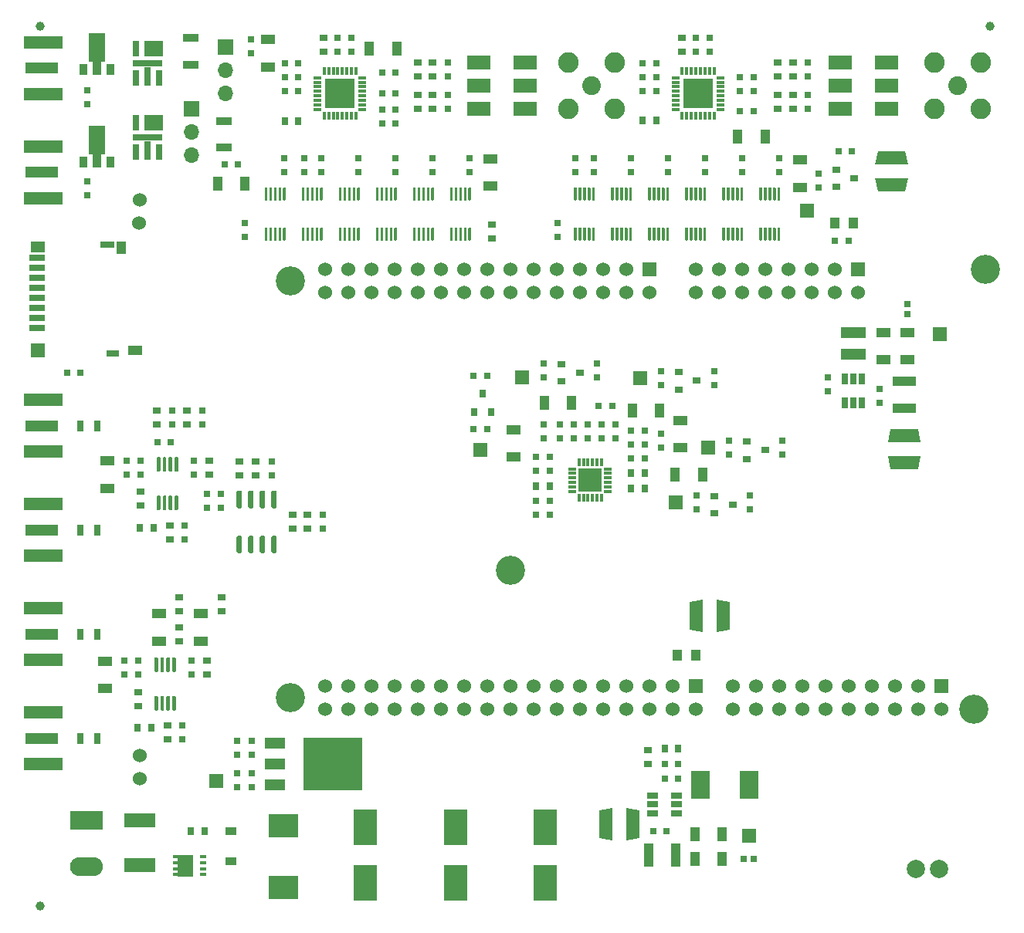
<source format=gts>
%TF.GenerationSoftware,KiCad,Pcbnew,(5.1.12)-1*%
%TF.CreationDate,2022-12-02T08:38:14+01:00*%
%TF.ProjectId,LF_phase_detector,4c465f70-6861-4736-955f-646574656374,rev?*%
%TF.SameCoordinates,Original*%
%TF.FileFunction,Soldermask,Top*%
%TF.FilePolarity,Negative*%
%FSLAX46Y46*%
G04 Gerber Fmt 4.6, Leading zero omitted, Abs format (unit mm)*
G04 Created by KiCad (PCBNEW (5.1.12)-1) date 2022-12-02 08:38:14*
%MOMM*%
%LPD*%
G01*
G04 APERTURE LIST*
%ADD10R,2.800000X1.300000*%
%ADD11C,0.100000*%
%ADD12R,2.000000X3.100000*%
%ADD13R,2.500000X4.000000*%
%ADD14R,0.860000X1.190000*%
%ADD15R,0.700000X0.420000*%
%ADD16R,3.500000X1.600000*%
%ADD17R,2.540000X1.650000*%
%ADD18C,0.400000*%
%ADD19R,0.850000X0.300000*%
%ADD20R,0.300000X0.850000*%
%ADD21R,3.250000X3.250000*%
%ADD22R,0.790000X1.680000*%
%ADD23R,2.060000X1.680000*%
%ADD24R,3.330000X0.690000*%
%ADD25R,0.790000X2.110000*%
%ADD26C,1.530000*%
%ADD27C,3.200000*%
%ADD28R,1.530000X1.530000*%
%ADD29C,1.524000*%
%ADD30R,0.750000X0.800000*%
%ADD31R,1.500000X1.500000*%
%ADD32R,1.000000X1.600000*%
%ADD33R,1.600000X1.000000*%
%ADD34R,0.800000X0.750000*%
%ADD35R,1.000000X2.500000*%
%ADD36R,2.500000X1.000000*%
%ADD37R,1.000000X1.250000*%
%ADD38R,1.200000X0.900000*%
%ADD39R,3.300000X2.500000*%
%ADD40C,1.000000*%
%ADD41C,2.000000*%
%ADD42R,0.800000X0.800000*%
%ADD43R,3.600000X2.080000*%
%ADD44O,3.600000X2.080000*%
%ADD45R,0.900000X0.800000*%
%ADD46R,0.800000X0.900000*%
%ADD47R,1.700000X0.900000*%
%ADD48R,1.750000X0.700000*%
%ADD49R,1.500000X1.300000*%
%ADD50R,1.500000X0.800000*%
%ADD51R,1.000000X1.450000*%
%ADD52R,1.400000X0.800000*%
%ADD53R,1.550000X1.000000*%
%ADD54R,2.600000X2.600000*%
%ADD55R,1.220000X0.650000*%
%ADD56R,0.650000X1.220000*%
%ADD57R,2.200000X1.200000*%
%ADD58R,6.400000X5.800000*%
%ADD59R,0.900000X1.300000*%
%ADD60R,3.600000X1.270000*%
%ADD61R,4.200000X1.350000*%
%ADD62C,2.250000*%
%ADD63C,2.050000*%
%ADD64R,1.700000X1.700000*%
%ADD65O,1.700000X1.700000*%
%ADD66R,0.700000X1.300000*%
G04 APERTURE END LIST*
D10*
%TO.C,L4*%
X90932000Y-37522000D03*
X90932000Y-35122000D03*
%TD*%
D11*
%TO.C,L1*%
G36*
X67478000Y-90527000D02*
G01*
X66028000Y-90827000D01*
X66028000Y-87227000D01*
X67478000Y-87527000D01*
X67478000Y-90527000D01*
G37*
G36*
X64528000Y-90827000D02*
G01*
X63078000Y-90527000D01*
X63078000Y-87527000D01*
X64528000Y-87227000D01*
X64528000Y-90827000D01*
G37*
%TD*%
%TO.C,L2*%
G36*
X98020000Y-45679000D02*
G01*
X98320000Y-47129000D01*
X94720000Y-47129000D01*
X95020000Y-45679000D01*
X98020000Y-45679000D01*
G37*
G36*
X98320000Y-48629000D02*
G01*
X98020000Y-50079000D01*
X95020000Y-50079000D01*
X94720000Y-48629000D01*
X98320000Y-48629000D01*
G37*
%TD*%
%TO.C,L5*%
G36*
X96623000Y-15199000D02*
G01*
X96923000Y-16649000D01*
X93323000Y-16649000D01*
X93623000Y-15199000D01*
X96623000Y-15199000D01*
G37*
G36*
X96923000Y-18149000D02*
G01*
X96623000Y-19599000D01*
X93623000Y-19599000D01*
X93323000Y-18149000D01*
X96923000Y-18149000D01*
G37*
%TD*%
%TO.C,L6*%
G36*
X72984000Y-64667000D02*
G01*
X74434000Y-64367000D01*
X74434000Y-67967000D01*
X72984000Y-67667000D01*
X72984000Y-64667000D01*
G37*
G36*
X75934000Y-64367000D02*
G01*
X77384000Y-64667000D01*
X77384000Y-67667000D01*
X75934000Y-67967000D01*
X75934000Y-64367000D01*
G37*
%TD*%
D12*
%TO.C,L3*%
X74185000Y-84709000D03*
X79485000Y-84709000D03*
%TD*%
D13*
%TO.C,C48*%
X37465000Y-95506000D03*
X37465000Y-89406000D03*
%TD*%
%TO.C,C49*%
X47371000Y-95506000D03*
X47371000Y-89406000D03*
%TD*%
%TO.C,C103*%
X57150000Y-95506000D03*
X57150000Y-89406000D03*
%TD*%
D14*
%TO.C,T1*%
X17281000Y-93009000D03*
X17281000Y-94189000D03*
X18131000Y-93009000D03*
X18131000Y-94189000D03*
D15*
X19661000Y-92624000D03*
X19661000Y-93924000D03*
X19661000Y-93274000D03*
X19661000Y-94574000D03*
X16661000Y-92624000D03*
X16661000Y-93274000D03*
X16661000Y-93924000D03*
X16661000Y-94574000D03*
%TD*%
D16*
%TO.C,F1*%
X12700000Y-88619000D03*
X12700000Y-93499000D03*
%TD*%
D17*
%TO.C,TR1*%
X94615000Y-10541000D03*
X94615000Y-8001000D03*
X94615000Y-5461000D03*
X89535000Y-5461000D03*
X89535000Y-8001000D03*
X89535000Y-10541000D03*
%TD*%
%TO.C,TR2*%
X54991000Y-10541000D03*
X54991000Y-8001000D03*
X54991000Y-5461000D03*
X49911000Y-5461000D03*
X49911000Y-8001000D03*
X49911000Y-10541000D03*
%TD*%
D18*
%TO.C,U27*%
X74314000Y-8490000D03*
X75114000Y-7690000D03*
X75114000Y-10090000D03*
X73514000Y-9290000D03*
X74314000Y-7690000D03*
X75114000Y-9290000D03*
X74314000Y-10090000D03*
X73514000Y-8490000D03*
X72714000Y-10090000D03*
X72714000Y-9290000D03*
X72714000Y-8490000D03*
X72714000Y-7690000D03*
X75114000Y-8490000D03*
X74314000Y-9290000D03*
X73514000Y-10090000D03*
X73514000Y-7690000D03*
D19*
X71464000Y-7140000D03*
X71464000Y-7640000D03*
X71464000Y-8140000D03*
X71464000Y-8640000D03*
X71464000Y-9140000D03*
X71464000Y-9640000D03*
X71464000Y-10140000D03*
X71464000Y-10640000D03*
D20*
X72164000Y-11340000D03*
X72664000Y-11340000D03*
X73164000Y-11340000D03*
X73664000Y-11340000D03*
X74164000Y-11340000D03*
X74664000Y-11340000D03*
X75164000Y-11340000D03*
X75664000Y-11340000D03*
D19*
X76364000Y-10640000D03*
X76364000Y-10140000D03*
X76364000Y-9640000D03*
X76364000Y-9140000D03*
X76364000Y-8640000D03*
X76364000Y-8140000D03*
X76364000Y-7640000D03*
X76364000Y-7140000D03*
D20*
X75664000Y-6440000D03*
X75164000Y-6440000D03*
X74664000Y-6440000D03*
X74164000Y-6440000D03*
X73664000Y-6440000D03*
X73164000Y-6440000D03*
X72664000Y-6440000D03*
X72164000Y-6440000D03*
D21*
X73914000Y-8890000D03*
%TD*%
D18*
%TO.C,U28*%
X35071000Y-8490000D03*
X35871000Y-7690000D03*
X35871000Y-10090000D03*
X34271000Y-9290000D03*
X35071000Y-7690000D03*
X35871000Y-9290000D03*
X35071000Y-10090000D03*
X34271000Y-8490000D03*
X33471000Y-10090000D03*
X33471000Y-9290000D03*
X33471000Y-8490000D03*
X33471000Y-7690000D03*
X35871000Y-8490000D03*
X35071000Y-9290000D03*
X34271000Y-10090000D03*
X34271000Y-7690000D03*
D19*
X32221000Y-7140000D03*
X32221000Y-7640000D03*
X32221000Y-8140000D03*
X32221000Y-8640000D03*
X32221000Y-9140000D03*
X32221000Y-9640000D03*
X32221000Y-10140000D03*
X32221000Y-10640000D03*
D20*
X32921000Y-11340000D03*
X33421000Y-11340000D03*
X33921000Y-11340000D03*
X34421000Y-11340000D03*
X34921000Y-11340000D03*
X35421000Y-11340000D03*
X35921000Y-11340000D03*
X36421000Y-11340000D03*
D19*
X37121000Y-10640000D03*
X37121000Y-10140000D03*
X37121000Y-9640000D03*
X37121000Y-9140000D03*
X37121000Y-8640000D03*
X37121000Y-8140000D03*
X37121000Y-7640000D03*
X37121000Y-7140000D03*
D20*
X36421000Y-6440000D03*
X35921000Y-6440000D03*
X35421000Y-6440000D03*
X34921000Y-6440000D03*
X34421000Y-6440000D03*
X33921000Y-6440000D03*
X33421000Y-6440000D03*
X32921000Y-6440000D03*
D21*
X34671000Y-8890000D03*
%TD*%
D22*
%TO.C,TR3*%
X12319000Y-15326000D03*
X14859000Y-15326000D03*
D23*
X14224000Y-12106000D03*
D22*
X12319000Y-12106000D03*
D24*
X13589000Y-13716000D03*
D25*
X13589000Y-15111000D03*
%TD*%
D22*
%TO.C,TR4*%
X12319000Y-7198000D03*
X14859000Y-7198000D03*
D23*
X14224000Y-3978000D03*
D22*
X12319000Y-3978000D03*
D24*
X13589000Y-5588000D03*
D25*
X13589000Y-6983000D03*
%TD*%
D26*
%TO.C,M1*%
X33025000Y-76454000D03*
X33025000Y-73914000D03*
X33025000Y-30734000D03*
X33025000Y-28194000D03*
X77729000Y-76454000D03*
X77729000Y-73914000D03*
X80269000Y-76454000D03*
X80269000Y-73914000D03*
X82809000Y-76454000D03*
X82809000Y-73914000D03*
X85349000Y-76454000D03*
X85349000Y-73914000D03*
X87889000Y-76454000D03*
X87889000Y-73914000D03*
X90429000Y-76454000D03*
X90429000Y-73914000D03*
X92969000Y-76454000D03*
X92969000Y-73914000D03*
X95509000Y-76454000D03*
X95509000Y-73914000D03*
X98049000Y-76454000D03*
X98049000Y-73914000D03*
D27*
X53345000Y-61214000D03*
X104145000Y-76454000D03*
D26*
X35565000Y-76454000D03*
X35565000Y-73914000D03*
X38105000Y-76454000D03*
X38105000Y-73914000D03*
X40645000Y-76454000D03*
X40645000Y-73914000D03*
X43185000Y-76454000D03*
X43185000Y-73914000D03*
X45725000Y-76454000D03*
X45725000Y-73914000D03*
X48265000Y-76454000D03*
X48265000Y-73914000D03*
X50805000Y-76454000D03*
X50805000Y-73914000D03*
X53345000Y-76454000D03*
X53345000Y-73914000D03*
D27*
X29215000Y-75184000D03*
D26*
X55885000Y-76454000D03*
X55885000Y-73914000D03*
X58425000Y-76454000D03*
X58425000Y-73914000D03*
X60965000Y-76454000D03*
X60965000Y-73914000D03*
X63505000Y-76454000D03*
X63505000Y-73914000D03*
X66045000Y-76454000D03*
X66045000Y-73914000D03*
X68585000Y-76454000D03*
X68585000Y-73914000D03*
X71125000Y-76454000D03*
X71125000Y-73914000D03*
X73665000Y-76454000D03*
D28*
X73665000Y-73914000D03*
D26*
X100589000Y-76454000D03*
D28*
X100589000Y-73914000D03*
D27*
X29215000Y-29464000D03*
D26*
X35565000Y-30734000D03*
X35565000Y-28194000D03*
X38105000Y-30734000D03*
X38105000Y-28194000D03*
X40645000Y-30734000D03*
X40645000Y-28194000D03*
X43185000Y-30734000D03*
X43185000Y-28194000D03*
X45725000Y-30734000D03*
X45725000Y-28194000D03*
X48265000Y-30734000D03*
X48265000Y-28194000D03*
X50805000Y-30734000D03*
X50805000Y-28194000D03*
X53345000Y-30734000D03*
X53345000Y-28194000D03*
X55885000Y-30734000D03*
X55885000Y-28194000D03*
X58425000Y-30734000D03*
X58425000Y-28194000D03*
X60965000Y-30734000D03*
X60965000Y-28194000D03*
X63505000Y-30734000D03*
X63505000Y-28194000D03*
X66045000Y-30734000D03*
X66045000Y-28194000D03*
X68585000Y-30734000D03*
D28*
X68585000Y-28194000D03*
D26*
X73665000Y-30734000D03*
X73665000Y-28194000D03*
X76205000Y-30734000D03*
X76205000Y-28194000D03*
X78745000Y-30734000D03*
X78745000Y-28194000D03*
X81285000Y-30734000D03*
X81285000Y-28194000D03*
X83825000Y-30734000D03*
X83825000Y-28194000D03*
X86365000Y-30734000D03*
X86365000Y-28194000D03*
X88905000Y-30734000D03*
X88905000Y-28194000D03*
X91445000Y-30734000D03*
D28*
X91445000Y-28194000D03*
D27*
X105385000Y-28194000D03*
D29*
X12705080Y-20574000D03*
X12628880Y-23114000D03*
X12705080Y-81534000D03*
X12705080Y-84074000D03*
%TD*%
D30*
%TO.C,C83*%
X24257000Y-24626000D03*
X24257000Y-23126000D03*
%TD*%
D31*
%TO.C,3V0*%
X54610000Y-40005000D03*
%TD*%
%TO.C,3V1*%
X50038000Y-48006000D03*
%TD*%
%TO.C,5V0*%
X21082000Y-84328000D03*
%TD*%
%TO.C,5V1*%
X75057000Y-47752000D03*
%TD*%
%TO.C,5V2*%
X67564000Y-40132000D03*
%TD*%
%TO.C,5V3*%
X71501000Y-53721000D03*
%TD*%
%TO.C,8V1*%
X79502000Y-90297000D03*
%TD*%
D30*
%TO.C,C1*%
X57023000Y-46724000D03*
X57023000Y-45224000D03*
%TD*%
D32*
%TO.C,C2*%
X57047000Y-42799000D03*
X60047000Y-42799000D03*
%TD*%
D33*
%TO.C,C3*%
X53721000Y-45744000D03*
X53721000Y-48744000D03*
%TD*%
%TO.C,C4*%
X72009000Y-47728000D03*
X72009000Y-44728000D03*
%TD*%
D32*
%TO.C,C5*%
X66699000Y-43688000D03*
X69699000Y-43688000D03*
%TD*%
%TO.C,C6*%
X71398000Y-50673000D03*
X74398000Y-50673000D03*
%TD*%
D30*
%TO.C,C7*%
X58801000Y-45224000D03*
X58801000Y-46724000D03*
%TD*%
D34*
%TO.C,C8*%
X56146000Y-55118000D03*
X57646000Y-55118000D03*
%TD*%
D30*
%TO.C,C9*%
X69850000Y-46240000D03*
X69850000Y-47740000D03*
%TD*%
D34*
%TO.C,C10*%
X68060000Y-45847000D03*
X66560000Y-45847000D03*
%TD*%
D30*
%TO.C,C11*%
X64897000Y-45224000D03*
X64897000Y-46724000D03*
%TD*%
%TO.C,C12*%
X60325000Y-46724000D03*
X60325000Y-45224000D03*
%TD*%
D34*
%TO.C,C13*%
X57646000Y-53594000D03*
X56146000Y-53594000D03*
%TD*%
%TO.C,C14*%
X66560000Y-48895000D03*
X68060000Y-48895000D03*
%TD*%
%TO.C,C15*%
X66560000Y-47371000D03*
X68060000Y-47371000D03*
%TD*%
D30*
%TO.C,C16*%
X63373000Y-46724000D03*
X63373000Y-45224000D03*
%TD*%
D34*
%TO.C,C17*%
X56146000Y-48768000D03*
X57646000Y-48768000D03*
%TD*%
%TO.C,C18*%
X64504000Y-43180000D03*
X63004000Y-43180000D03*
%TD*%
%TO.C,C20*%
X57646000Y-50292000D03*
X56146000Y-50292000D03*
%TD*%
D30*
%TO.C,C21*%
X61849000Y-45224000D03*
X61849000Y-46724000D03*
%TD*%
%TO.C,C23*%
X60452000Y-16014000D03*
X60452000Y-17514000D03*
%TD*%
D34*
%TO.C,C25*%
X88912000Y-25019000D03*
X90412000Y-25019000D03*
%TD*%
%TO.C,C26*%
X6211000Y-39497000D03*
X4711000Y-39497000D03*
%TD*%
D30*
%TO.C,C27*%
X19558000Y-45200000D03*
X19558000Y-43700000D03*
%TD*%
%TO.C,C28*%
X21590000Y-54344000D03*
X21590000Y-52844000D03*
%TD*%
%TO.C,C29*%
X18669000Y-50661000D03*
X18669000Y-49161000D03*
%TD*%
%TO.C,C30*%
X20066000Y-52844000D03*
X20066000Y-54344000D03*
%TD*%
D34*
%TO.C,C31*%
X14617000Y-47117000D03*
X16117000Y-47117000D03*
%TD*%
D30*
%TO.C,C32*%
X16256000Y-45200000D03*
X16256000Y-43700000D03*
%TD*%
D33*
%TO.C,C33*%
X19431000Y-68937000D03*
X19431000Y-65937000D03*
%TD*%
D30*
%TO.C,C34*%
X18415000Y-72632000D03*
X18415000Y-71132000D03*
%TD*%
%TO.C,C35*%
X17653000Y-56273000D03*
X17653000Y-57773000D03*
%TD*%
D33*
%TO.C,C36*%
X14859000Y-65937000D03*
X14859000Y-68937000D03*
%TD*%
D30*
%TO.C,C37*%
X17399000Y-78244000D03*
X17399000Y-79744000D03*
%TD*%
%TO.C,C38*%
X12827000Y-50661000D03*
X12827000Y-49161000D03*
%TD*%
%TO.C,C39*%
X11303000Y-49161000D03*
X11303000Y-50661000D03*
%TD*%
D33*
%TO.C,C40*%
X8890000Y-71144000D03*
X8890000Y-74144000D03*
%TD*%
D30*
%TO.C,C41*%
X12573000Y-72632000D03*
X12573000Y-71132000D03*
%TD*%
D33*
%TO.C,C42*%
X9144000Y-49173000D03*
X9144000Y-52173000D03*
%TD*%
D30*
%TO.C,C43*%
X11049000Y-71132000D03*
X11049000Y-72632000D03*
%TD*%
D35*
%TO.C,C44*%
X68477000Y-92456000D03*
X71477000Y-92456000D03*
%TD*%
D36*
%TO.C,C45*%
X96520000Y-40410000D03*
X96520000Y-43410000D03*
%TD*%
D34*
%TO.C,C46*%
X70473000Y-89789000D03*
X68973000Y-89789000D03*
%TD*%
D30*
%TO.C,C47*%
X93853000Y-41287000D03*
X93853000Y-42787000D03*
%TD*%
D34*
%TO.C,C50*%
X71743000Y-84074000D03*
X70243000Y-84074000D03*
%TD*%
D30*
%TO.C,C51*%
X88138000Y-40017000D03*
X88138000Y-41517000D03*
%TD*%
D34*
%TO.C,C52*%
X71743000Y-82423000D03*
X70243000Y-82423000D03*
%TD*%
D30*
%TO.C,C53*%
X23368000Y-81395000D03*
X23368000Y-79895000D03*
%TD*%
D33*
%TO.C,C54*%
X94234000Y-35076000D03*
X94234000Y-38076000D03*
%TD*%
D32*
%TO.C,C55*%
X76557000Y-90170000D03*
X73557000Y-90170000D03*
%TD*%
D30*
%TO.C,C56*%
X25019000Y-79895000D03*
X25019000Y-81395000D03*
%TD*%
D33*
%TO.C,C57*%
X96901000Y-38076000D03*
X96901000Y-35076000D03*
%TD*%
D30*
%TO.C,C58*%
X25019000Y-83451000D03*
X25019000Y-84951000D03*
%TD*%
D32*
%TO.C,C59*%
X73557000Y-92837000D03*
X76557000Y-92837000D03*
%TD*%
D30*
%TO.C,C60*%
X23368000Y-84951000D03*
X23368000Y-83451000D03*
%TD*%
D37*
%TO.C,C61*%
X73644000Y-70485000D03*
X71644000Y-70485000D03*
%TD*%
D30*
%TO.C,C62*%
X62865000Y-39993000D03*
X62865000Y-38493000D03*
%TD*%
D34*
%TO.C,C63*%
X50788000Y-39878000D03*
X49288000Y-39878000D03*
%TD*%
D30*
%TO.C,C64*%
X83185000Y-48502000D03*
X83185000Y-47002000D03*
%TD*%
%TO.C,C65*%
X75692000Y-40882000D03*
X75692000Y-39382000D03*
%TD*%
%TO.C,C66*%
X79629000Y-52971000D03*
X79629000Y-54471000D03*
%TD*%
%TO.C,C67*%
X57023000Y-38493000D03*
X57023000Y-39993000D03*
%TD*%
D34*
%TO.C,C68*%
X49288000Y-45720000D03*
X50788000Y-45720000D03*
%TD*%
D30*
%TO.C,C69*%
X77343000Y-47002000D03*
X77343000Y-48502000D03*
%TD*%
%TO.C,C70*%
X69850000Y-39382000D03*
X69850000Y-40882000D03*
%TD*%
%TO.C,C71*%
X73787000Y-52971000D03*
X73787000Y-54471000D03*
%TD*%
D32*
%TO.C,C72*%
X21233000Y-18796000D03*
X24233000Y-18796000D03*
%TD*%
D33*
%TO.C,C73*%
X26797000Y-5945000D03*
X26797000Y-2945000D03*
%TD*%
D30*
%TO.C,C74*%
X6985000Y-20054000D03*
X6985000Y-18554000D03*
%TD*%
%TO.C,C75*%
X6985000Y-10021000D03*
X6985000Y-8521000D03*
%TD*%
D34*
%TO.C,C76*%
X23483000Y-16637000D03*
X21983000Y-16637000D03*
%TD*%
D30*
%TO.C,C77*%
X24892000Y-2933000D03*
X24892000Y-4433000D03*
%TD*%
D34*
%TO.C,C80*%
X69330000Y-7112000D03*
X67830000Y-7112000D03*
%TD*%
%TO.C,C81*%
X28587000Y-7112000D03*
X30087000Y-7112000D03*
%TD*%
%TO.C,C82*%
X39255000Y-10668000D03*
X40755000Y-10668000D03*
%TD*%
D30*
%TO.C,C84*%
X58547000Y-23126000D03*
X58547000Y-24626000D03*
%TD*%
%TO.C,C85*%
X85979000Y-5473000D03*
X85979000Y-6973000D03*
%TD*%
%TO.C,C86*%
X85979000Y-10529000D03*
X85979000Y-9029000D03*
%TD*%
%TO.C,C87*%
X46482000Y-5473000D03*
X46482000Y-6973000D03*
%TD*%
%TO.C,C88*%
X46482000Y-9029000D03*
X46482000Y-10529000D03*
%TD*%
D34*
%TO.C,C89*%
X67830000Y-5588000D03*
X69330000Y-5588000D03*
%TD*%
%TO.C,C90*%
X28587000Y-5588000D03*
X30087000Y-5588000D03*
%TD*%
%TO.C,C91*%
X69330000Y-8636000D03*
X67830000Y-8636000D03*
%TD*%
%TO.C,C92*%
X30087000Y-8636000D03*
X28587000Y-8636000D03*
%TD*%
%TO.C,C93*%
X78498000Y-10795000D03*
X79998000Y-10795000D03*
%TD*%
%TO.C,C94*%
X39255000Y-12192000D03*
X40755000Y-12192000D03*
%TD*%
%TO.C,C95*%
X78498000Y-8636000D03*
X79998000Y-8636000D03*
%TD*%
%TO.C,C96*%
X40755000Y-8890000D03*
X39255000Y-8890000D03*
%TD*%
%TO.C,C97*%
X78498000Y-7112000D03*
X79998000Y-7112000D03*
%TD*%
%TO.C,C98*%
X40755000Y-6604000D03*
X39255000Y-6604000D03*
%TD*%
D30*
%TO.C,C99*%
X75184000Y-4306000D03*
X75184000Y-2806000D03*
%TD*%
%TO.C,C100*%
X35941000Y-4306000D03*
X35941000Y-2806000D03*
%TD*%
%TO.C,C101*%
X73660000Y-2806000D03*
X73660000Y-4306000D03*
%TD*%
%TO.C,C102*%
X34417000Y-4306000D03*
X34417000Y-2806000D03*
%TD*%
D32*
%TO.C,C107*%
X78256000Y-13589000D03*
X81256000Y-13589000D03*
%TD*%
%TO.C,C108*%
X40870000Y-3937000D03*
X37870000Y-3937000D03*
%TD*%
D38*
%TO.C,D1*%
X22733000Y-93090000D03*
X22733000Y-89790000D03*
%TD*%
D39*
%TO.C,D2*%
X28448000Y-89183000D03*
X28448000Y-95983000D03*
%TD*%
D40*
%TO.C,FID1*%
X1778000Y-1524000D03*
%TD*%
%TO.C,FID2*%
X105918000Y-1524000D03*
%TD*%
%TO.C,FID3*%
X1778000Y-98044000D03*
%TD*%
D41*
%TO.C,GND1*%
X97790000Y-93980000D03*
X100330000Y-93980000D03*
%TD*%
D42*
%TO.C,JP1*%
X78952000Y-92837000D03*
X80052000Y-92837000D03*
%TD*%
%TO.C,JP2*%
X96901000Y-33062000D03*
X96901000Y-31962000D03*
%TD*%
D43*
%TO.C,P1*%
X6858000Y-88646000D03*
D44*
X6858000Y-93726000D03*
%TD*%
D45*
%TO.C,R1*%
X23622000Y-49288000D03*
X23622000Y-50788000D03*
%TD*%
%TO.C,R2*%
X25400000Y-49288000D03*
X25400000Y-50788000D03*
%TD*%
%TO.C,R3*%
X29464000Y-56630000D03*
X29464000Y-55130000D03*
%TD*%
%TO.C,R4*%
X31115000Y-56630000D03*
X31115000Y-55130000D03*
%TD*%
%TO.C,R5*%
X20320000Y-50661000D03*
X20320000Y-49161000D03*
%TD*%
%TO.C,R6*%
X17907000Y-45200000D03*
X17907000Y-43700000D03*
%TD*%
%TO.C,R7*%
X14605000Y-43700000D03*
X14605000Y-45200000D03*
%TD*%
%TO.C,R9*%
X21717000Y-64147000D03*
X21717000Y-65647000D03*
%TD*%
%TO.C,R10*%
X20066000Y-72632000D03*
X20066000Y-71132000D03*
%TD*%
%TO.C,R11*%
X17018000Y-67449000D03*
X17018000Y-68949000D03*
%TD*%
%TO.C,R12*%
X16002000Y-57773000D03*
X16002000Y-56273000D03*
%TD*%
%TO.C,R13*%
X12827000Y-54090000D03*
X12827000Y-52590000D03*
%TD*%
%TO.C,R14*%
X17018000Y-64147000D03*
X17018000Y-65647000D03*
%TD*%
D46*
%TO.C,R15*%
X12712000Y-56515000D03*
X14212000Y-56515000D03*
%TD*%
D45*
%TO.C,R18*%
X15748000Y-79744000D03*
X15748000Y-78244000D03*
%TD*%
%TO.C,R19*%
X12573000Y-74561000D03*
X12573000Y-76061000D03*
%TD*%
D46*
%TO.C,R20*%
X13958000Y-78486000D03*
X12458000Y-78486000D03*
%TD*%
D47*
%TO.C,R25*%
X21971000Y-14785000D03*
X21971000Y-11885000D03*
%TD*%
%TO.C,R26*%
X18288000Y-5694000D03*
X18288000Y-2794000D03*
%TD*%
D45*
%TO.C,R27*%
X51308000Y-24753000D03*
X51308000Y-23253000D03*
%TD*%
%TO.C,R28*%
X72136000Y-2806000D03*
X72136000Y-4306000D03*
%TD*%
%TO.C,R29*%
X32893000Y-2806000D03*
X32893000Y-4306000D03*
%TD*%
D46*
%TO.C,R30*%
X67830000Y-11811000D03*
X69330000Y-11811000D03*
%TD*%
%TO.C,R31*%
X28587000Y-11938000D03*
X30087000Y-11938000D03*
%TD*%
D45*
%TO.C,R32*%
X82677000Y-9029000D03*
X82677000Y-10529000D03*
%TD*%
%TO.C,R33*%
X43180000Y-10529000D03*
X43180000Y-9029000D03*
%TD*%
%TO.C,R34*%
X84328000Y-9029000D03*
X84328000Y-10529000D03*
%TD*%
%TO.C,R35*%
X44831000Y-9029000D03*
X44831000Y-10529000D03*
%TD*%
%TO.C,R36*%
X82677000Y-5473000D03*
X82677000Y-6973000D03*
%TD*%
%TO.C,R37*%
X43180000Y-5473000D03*
X43180000Y-6973000D03*
%TD*%
D46*
%TO.C,R38*%
X68060000Y-52197000D03*
X66560000Y-52197000D03*
%TD*%
%TO.C,R39*%
X66560000Y-50546000D03*
X68060000Y-50546000D03*
%TD*%
%TO.C,R40*%
X57646000Y-51943000D03*
X56146000Y-51943000D03*
%TD*%
D45*
%TO.C,R41*%
X84328000Y-6973000D03*
X84328000Y-5473000D03*
%TD*%
%TO.C,R42*%
X44831000Y-6973000D03*
X44831000Y-5473000D03*
%TD*%
D48*
%TO.C,SD1*%
X1411000Y-26924000D03*
D49*
X1536000Y-25724000D03*
D50*
X9136000Y-25474000D03*
D51*
X10636000Y-25799000D03*
D52*
X9786000Y-37424000D03*
D48*
X1411000Y-28024000D03*
X1411000Y-29124000D03*
X1411000Y-30224000D03*
X1411000Y-31324000D03*
X1411000Y-32424000D03*
X1411000Y-33524000D03*
X1411000Y-34624000D03*
D31*
X1536000Y-37074000D03*
D53*
X12211000Y-37024000D03*
%TD*%
D19*
%TO.C,U1*%
X64053000Y-52558000D03*
X64053000Y-52058000D03*
X64053000Y-51558000D03*
X64053000Y-51058000D03*
X64053000Y-50558000D03*
X64053000Y-50058000D03*
D20*
X63353000Y-49358000D03*
X62853000Y-49358000D03*
X62353000Y-49358000D03*
X61853000Y-49358000D03*
X61353000Y-49358000D03*
X60853000Y-49358000D03*
D19*
X60153000Y-50058000D03*
X60153000Y-50558000D03*
X60153000Y-51058000D03*
X60153000Y-51558000D03*
X60153000Y-52058000D03*
X60153000Y-52558000D03*
D20*
X60853000Y-53258000D03*
X61353000Y-53258000D03*
X61853000Y-53258000D03*
X62353000Y-53258000D03*
X62853000Y-53258000D03*
X63353000Y-53258000D03*
D54*
X62103000Y-51308000D03*
%TD*%
%TO.C,U2*%
G36*
G01*
X80863000Y-20623000D02*
X80713000Y-20623000D01*
G75*
G02*
X80638000Y-20548000I0J75000D01*
G01*
X80638000Y-19248000D01*
G75*
G02*
X80713000Y-19173000I75000J0D01*
G01*
X80863000Y-19173000D01*
G75*
G02*
X80938000Y-19248000I0J-75000D01*
G01*
X80938000Y-20548000D01*
G75*
G02*
X80863000Y-20623000I-75000J0D01*
G01*
G37*
G36*
G01*
X81363000Y-20623000D02*
X81213000Y-20623000D01*
G75*
G02*
X81138000Y-20548000I0J75000D01*
G01*
X81138000Y-19248000D01*
G75*
G02*
X81213000Y-19173000I75000J0D01*
G01*
X81363000Y-19173000D01*
G75*
G02*
X81438000Y-19248000I0J-75000D01*
G01*
X81438000Y-20548000D01*
G75*
G02*
X81363000Y-20623000I-75000J0D01*
G01*
G37*
G36*
G01*
X81863000Y-20623000D02*
X81713000Y-20623000D01*
G75*
G02*
X81638000Y-20548000I0J75000D01*
G01*
X81638000Y-19248000D01*
G75*
G02*
X81713000Y-19173000I75000J0D01*
G01*
X81863000Y-19173000D01*
G75*
G02*
X81938000Y-19248000I0J-75000D01*
G01*
X81938000Y-20548000D01*
G75*
G02*
X81863000Y-20623000I-75000J0D01*
G01*
G37*
G36*
G01*
X82363000Y-20623000D02*
X82213000Y-20623000D01*
G75*
G02*
X82138000Y-20548000I0J75000D01*
G01*
X82138000Y-19248000D01*
G75*
G02*
X82213000Y-19173000I75000J0D01*
G01*
X82363000Y-19173000D01*
G75*
G02*
X82438000Y-19248000I0J-75000D01*
G01*
X82438000Y-20548000D01*
G75*
G02*
X82363000Y-20623000I-75000J0D01*
G01*
G37*
G36*
G01*
X82863000Y-20623000D02*
X82713000Y-20623000D01*
G75*
G02*
X82638000Y-20548000I0J75000D01*
G01*
X82638000Y-19248000D01*
G75*
G02*
X82713000Y-19173000I75000J0D01*
G01*
X82863000Y-19173000D01*
G75*
G02*
X82938000Y-19248000I0J-75000D01*
G01*
X82938000Y-20548000D01*
G75*
G02*
X82863000Y-20623000I-75000J0D01*
G01*
G37*
G36*
G01*
X82863000Y-25023000D02*
X82713000Y-25023000D01*
G75*
G02*
X82638000Y-24948000I0J75000D01*
G01*
X82638000Y-23648000D01*
G75*
G02*
X82713000Y-23573000I75000J0D01*
G01*
X82863000Y-23573000D01*
G75*
G02*
X82938000Y-23648000I0J-75000D01*
G01*
X82938000Y-24948000D01*
G75*
G02*
X82863000Y-25023000I-75000J0D01*
G01*
G37*
G36*
G01*
X82363000Y-25023000D02*
X82213000Y-25023000D01*
G75*
G02*
X82138000Y-24948000I0J75000D01*
G01*
X82138000Y-23648000D01*
G75*
G02*
X82213000Y-23573000I75000J0D01*
G01*
X82363000Y-23573000D01*
G75*
G02*
X82438000Y-23648000I0J-75000D01*
G01*
X82438000Y-24948000D01*
G75*
G02*
X82363000Y-25023000I-75000J0D01*
G01*
G37*
G36*
G01*
X81863000Y-25023000D02*
X81713000Y-25023000D01*
G75*
G02*
X81638000Y-24948000I0J75000D01*
G01*
X81638000Y-23648000D01*
G75*
G02*
X81713000Y-23573000I75000J0D01*
G01*
X81863000Y-23573000D01*
G75*
G02*
X81938000Y-23648000I0J-75000D01*
G01*
X81938000Y-24948000D01*
G75*
G02*
X81863000Y-25023000I-75000J0D01*
G01*
G37*
G36*
G01*
X81363000Y-25023000D02*
X81213000Y-25023000D01*
G75*
G02*
X81138000Y-24948000I0J75000D01*
G01*
X81138000Y-23648000D01*
G75*
G02*
X81213000Y-23573000I75000J0D01*
G01*
X81363000Y-23573000D01*
G75*
G02*
X81438000Y-23648000I0J-75000D01*
G01*
X81438000Y-24948000D01*
G75*
G02*
X81363000Y-25023000I-75000J0D01*
G01*
G37*
G36*
G01*
X80863000Y-25023000D02*
X80713000Y-25023000D01*
G75*
G02*
X80638000Y-24948000I0J75000D01*
G01*
X80638000Y-23648000D01*
G75*
G02*
X80713000Y-23573000I75000J0D01*
G01*
X80863000Y-23573000D01*
G75*
G02*
X80938000Y-23648000I0J-75000D01*
G01*
X80938000Y-24948000D01*
G75*
G02*
X80863000Y-25023000I-75000J0D01*
G01*
G37*
%TD*%
%TO.C,U3*%
G36*
G01*
X76799000Y-25023000D02*
X76649000Y-25023000D01*
G75*
G02*
X76574000Y-24948000I0J75000D01*
G01*
X76574000Y-23648000D01*
G75*
G02*
X76649000Y-23573000I75000J0D01*
G01*
X76799000Y-23573000D01*
G75*
G02*
X76874000Y-23648000I0J-75000D01*
G01*
X76874000Y-24948000D01*
G75*
G02*
X76799000Y-25023000I-75000J0D01*
G01*
G37*
G36*
G01*
X77299000Y-25023000D02*
X77149000Y-25023000D01*
G75*
G02*
X77074000Y-24948000I0J75000D01*
G01*
X77074000Y-23648000D01*
G75*
G02*
X77149000Y-23573000I75000J0D01*
G01*
X77299000Y-23573000D01*
G75*
G02*
X77374000Y-23648000I0J-75000D01*
G01*
X77374000Y-24948000D01*
G75*
G02*
X77299000Y-25023000I-75000J0D01*
G01*
G37*
G36*
G01*
X77799000Y-25023000D02*
X77649000Y-25023000D01*
G75*
G02*
X77574000Y-24948000I0J75000D01*
G01*
X77574000Y-23648000D01*
G75*
G02*
X77649000Y-23573000I75000J0D01*
G01*
X77799000Y-23573000D01*
G75*
G02*
X77874000Y-23648000I0J-75000D01*
G01*
X77874000Y-24948000D01*
G75*
G02*
X77799000Y-25023000I-75000J0D01*
G01*
G37*
G36*
G01*
X78299000Y-25023000D02*
X78149000Y-25023000D01*
G75*
G02*
X78074000Y-24948000I0J75000D01*
G01*
X78074000Y-23648000D01*
G75*
G02*
X78149000Y-23573000I75000J0D01*
G01*
X78299000Y-23573000D01*
G75*
G02*
X78374000Y-23648000I0J-75000D01*
G01*
X78374000Y-24948000D01*
G75*
G02*
X78299000Y-25023000I-75000J0D01*
G01*
G37*
G36*
G01*
X78799000Y-25023000D02*
X78649000Y-25023000D01*
G75*
G02*
X78574000Y-24948000I0J75000D01*
G01*
X78574000Y-23648000D01*
G75*
G02*
X78649000Y-23573000I75000J0D01*
G01*
X78799000Y-23573000D01*
G75*
G02*
X78874000Y-23648000I0J-75000D01*
G01*
X78874000Y-24948000D01*
G75*
G02*
X78799000Y-25023000I-75000J0D01*
G01*
G37*
G36*
G01*
X78799000Y-20623000D02*
X78649000Y-20623000D01*
G75*
G02*
X78574000Y-20548000I0J75000D01*
G01*
X78574000Y-19248000D01*
G75*
G02*
X78649000Y-19173000I75000J0D01*
G01*
X78799000Y-19173000D01*
G75*
G02*
X78874000Y-19248000I0J-75000D01*
G01*
X78874000Y-20548000D01*
G75*
G02*
X78799000Y-20623000I-75000J0D01*
G01*
G37*
G36*
G01*
X78299000Y-20623000D02*
X78149000Y-20623000D01*
G75*
G02*
X78074000Y-20548000I0J75000D01*
G01*
X78074000Y-19248000D01*
G75*
G02*
X78149000Y-19173000I75000J0D01*
G01*
X78299000Y-19173000D01*
G75*
G02*
X78374000Y-19248000I0J-75000D01*
G01*
X78374000Y-20548000D01*
G75*
G02*
X78299000Y-20623000I-75000J0D01*
G01*
G37*
G36*
G01*
X77799000Y-20623000D02*
X77649000Y-20623000D01*
G75*
G02*
X77574000Y-20548000I0J75000D01*
G01*
X77574000Y-19248000D01*
G75*
G02*
X77649000Y-19173000I75000J0D01*
G01*
X77799000Y-19173000D01*
G75*
G02*
X77874000Y-19248000I0J-75000D01*
G01*
X77874000Y-20548000D01*
G75*
G02*
X77799000Y-20623000I-75000J0D01*
G01*
G37*
G36*
G01*
X77299000Y-20623000D02*
X77149000Y-20623000D01*
G75*
G02*
X77074000Y-20548000I0J75000D01*
G01*
X77074000Y-19248000D01*
G75*
G02*
X77149000Y-19173000I75000J0D01*
G01*
X77299000Y-19173000D01*
G75*
G02*
X77374000Y-19248000I0J-75000D01*
G01*
X77374000Y-20548000D01*
G75*
G02*
X77299000Y-20623000I-75000J0D01*
G01*
G37*
G36*
G01*
X76799000Y-20623000D02*
X76649000Y-20623000D01*
G75*
G02*
X76574000Y-20548000I0J75000D01*
G01*
X76574000Y-19248000D01*
G75*
G02*
X76649000Y-19173000I75000J0D01*
G01*
X76799000Y-19173000D01*
G75*
G02*
X76874000Y-19248000I0J-75000D01*
G01*
X76874000Y-20548000D01*
G75*
G02*
X76799000Y-20623000I-75000J0D01*
G01*
G37*
%TD*%
%TO.C,U4*%
G36*
G01*
X72735000Y-20623000D02*
X72585000Y-20623000D01*
G75*
G02*
X72510000Y-20548000I0J75000D01*
G01*
X72510000Y-19248000D01*
G75*
G02*
X72585000Y-19173000I75000J0D01*
G01*
X72735000Y-19173000D01*
G75*
G02*
X72810000Y-19248000I0J-75000D01*
G01*
X72810000Y-20548000D01*
G75*
G02*
X72735000Y-20623000I-75000J0D01*
G01*
G37*
G36*
G01*
X73235000Y-20623000D02*
X73085000Y-20623000D01*
G75*
G02*
X73010000Y-20548000I0J75000D01*
G01*
X73010000Y-19248000D01*
G75*
G02*
X73085000Y-19173000I75000J0D01*
G01*
X73235000Y-19173000D01*
G75*
G02*
X73310000Y-19248000I0J-75000D01*
G01*
X73310000Y-20548000D01*
G75*
G02*
X73235000Y-20623000I-75000J0D01*
G01*
G37*
G36*
G01*
X73735000Y-20623000D02*
X73585000Y-20623000D01*
G75*
G02*
X73510000Y-20548000I0J75000D01*
G01*
X73510000Y-19248000D01*
G75*
G02*
X73585000Y-19173000I75000J0D01*
G01*
X73735000Y-19173000D01*
G75*
G02*
X73810000Y-19248000I0J-75000D01*
G01*
X73810000Y-20548000D01*
G75*
G02*
X73735000Y-20623000I-75000J0D01*
G01*
G37*
G36*
G01*
X74235000Y-20623000D02*
X74085000Y-20623000D01*
G75*
G02*
X74010000Y-20548000I0J75000D01*
G01*
X74010000Y-19248000D01*
G75*
G02*
X74085000Y-19173000I75000J0D01*
G01*
X74235000Y-19173000D01*
G75*
G02*
X74310000Y-19248000I0J-75000D01*
G01*
X74310000Y-20548000D01*
G75*
G02*
X74235000Y-20623000I-75000J0D01*
G01*
G37*
G36*
G01*
X74735000Y-20623000D02*
X74585000Y-20623000D01*
G75*
G02*
X74510000Y-20548000I0J75000D01*
G01*
X74510000Y-19248000D01*
G75*
G02*
X74585000Y-19173000I75000J0D01*
G01*
X74735000Y-19173000D01*
G75*
G02*
X74810000Y-19248000I0J-75000D01*
G01*
X74810000Y-20548000D01*
G75*
G02*
X74735000Y-20623000I-75000J0D01*
G01*
G37*
G36*
G01*
X74735000Y-25023000D02*
X74585000Y-25023000D01*
G75*
G02*
X74510000Y-24948000I0J75000D01*
G01*
X74510000Y-23648000D01*
G75*
G02*
X74585000Y-23573000I75000J0D01*
G01*
X74735000Y-23573000D01*
G75*
G02*
X74810000Y-23648000I0J-75000D01*
G01*
X74810000Y-24948000D01*
G75*
G02*
X74735000Y-25023000I-75000J0D01*
G01*
G37*
G36*
G01*
X74235000Y-25023000D02*
X74085000Y-25023000D01*
G75*
G02*
X74010000Y-24948000I0J75000D01*
G01*
X74010000Y-23648000D01*
G75*
G02*
X74085000Y-23573000I75000J0D01*
G01*
X74235000Y-23573000D01*
G75*
G02*
X74310000Y-23648000I0J-75000D01*
G01*
X74310000Y-24948000D01*
G75*
G02*
X74235000Y-25023000I-75000J0D01*
G01*
G37*
G36*
G01*
X73735000Y-25023000D02*
X73585000Y-25023000D01*
G75*
G02*
X73510000Y-24948000I0J75000D01*
G01*
X73510000Y-23648000D01*
G75*
G02*
X73585000Y-23573000I75000J0D01*
G01*
X73735000Y-23573000D01*
G75*
G02*
X73810000Y-23648000I0J-75000D01*
G01*
X73810000Y-24948000D01*
G75*
G02*
X73735000Y-25023000I-75000J0D01*
G01*
G37*
G36*
G01*
X73235000Y-25023000D02*
X73085000Y-25023000D01*
G75*
G02*
X73010000Y-24948000I0J75000D01*
G01*
X73010000Y-23648000D01*
G75*
G02*
X73085000Y-23573000I75000J0D01*
G01*
X73235000Y-23573000D01*
G75*
G02*
X73310000Y-23648000I0J-75000D01*
G01*
X73310000Y-24948000D01*
G75*
G02*
X73235000Y-25023000I-75000J0D01*
G01*
G37*
G36*
G01*
X72735000Y-25023000D02*
X72585000Y-25023000D01*
G75*
G02*
X72510000Y-24948000I0J75000D01*
G01*
X72510000Y-23648000D01*
G75*
G02*
X72585000Y-23573000I75000J0D01*
G01*
X72735000Y-23573000D01*
G75*
G02*
X72810000Y-23648000I0J-75000D01*
G01*
X72810000Y-24948000D01*
G75*
G02*
X72735000Y-25023000I-75000J0D01*
G01*
G37*
%TD*%
%TO.C,U5*%
G36*
G01*
X68671000Y-25023000D02*
X68521000Y-25023000D01*
G75*
G02*
X68446000Y-24948000I0J75000D01*
G01*
X68446000Y-23648000D01*
G75*
G02*
X68521000Y-23573000I75000J0D01*
G01*
X68671000Y-23573000D01*
G75*
G02*
X68746000Y-23648000I0J-75000D01*
G01*
X68746000Y-24948000D01*
G75*
G02*
X68671000Y-25023000I-75000J0D01*
G01*
G37*
G36*
G01*
X69171000Y-25023000D02*
X69021000Y-25023000D01*
G75*
G02*
X68946000Y-24948000I0J75000D01*
G01*
X68946000Y-23648000D01*
G75*
G02*
X69021000Y-23573000I75000J0D01*
G01*
X69171000Y-23573000D01*
G75*
G02*
X69246000Y-23648000I0J-75000D01*
G01*
X69246000Y-24948000D01*
G75*
G02*
X69171000Y-25023000I-75000J0D01*
G01*
G37*
G36*
G01*
X69671000Y-25023000D02*
X69521000Y-25023000D01*
G75*
G02*
X69446000Y-24948000I0J75000D01*
G01*
X69446000Y-23648000D01*
G75*
G02*
X69521000Y-23573000I75000J0D01*
G01*
X69671000Y-23573000D01*
G75*
G02*
X69746000Y-23648000I0J-75000D01*
G01*
X69746000Y-24948000D01*
G75*
G02*
X69671000Y-25023000I-75000J0D01*
G01*
G37*
G36*
G01*
X70171000Y-25023000D02*
X70021000Y-25023000D01*
G75*
G02*
X69946000Y-24948000I0J75000D01*
G01*
X69946000Y-23648000D01*
G75*
G02*
X70021000Y-23573000I75000J0D01*
G01*
X70171000Y-23573000D01*
G75*
G02*
X70246000Y-23648000I0J-75000D01*
G01*
X70246000Y-24948000D01*
G75*
G02*
X70171000Y-25023000I-75000J0D01*
G01*
G37*
G36*
G01*
X70671000Y-25023000D02*
X70521000Y-25023000D01*
G75*
G02*
X70446000Y-24948000I0J75000D01*
G01*
X70446000Y-23648000D01*
G75*
G02*
X70521000Y-23573000I75000J0D01*
G01*
X70671000Y-23573000D01*
G75*
G02*
X70746000Y-23648000I0J-75000D01*
G01*
X70746000Y-24948000D01*
G75*
G02*
X70671000Y-25023000I-75000J0D01*
G01*
G37*
G36*
G01*
X70671000Y-20623000D02*
X70521000Y-20623000D01*
G75*
G02*
X70446000Y-20548000I0J75000D01*
G01*
X70446000Y-19248000D01*
G75*
G02*
X70521000Y-19173000I75000J0D01*
G01*
X70671000Y-19173000D01*
G75*
G02*
X70746000Y-19248000I0J-75000D01*
G01*
X70746000Y-20548000D01*
G75*
G02*
X70671000Y-20623000I-75000J0D01*
G01*
G37*
G36*
G01*
X70171000Y-20623000D02*
X70021000Y-20623000D01*
G75*
G02*
X69946000Y-20548000I0J75000D01*
G01*
X69946000Y-19248000D01*
G75*
G02*
X70021000Y-19173000I75000J0D01*
G01*
X70171000Y-19173000D01*
G75*
G02*
X70246000Y-19248000I0J-75000D01*
G01*
X70246000Y-20548000D01*
G75*
G02*
X70171000Y-20623000I-75000J0D01*
G01*
G37*
G36*
G01*
X69671000Y-20623000D02*
X69521000Y-20623000D01*
G75*
G02*
X69446000Y-20548000I0J75000D01*
G01*
X69446000Y-19248000D01*
G75*
G02*
X69521000Y-19173000I75000J0D01*
G01*
X69671000Y-19173000D01*
G75*
G02*
X69746000Y-19248000I0J-75000D01*
G01*
X69746000Y-20548000D01*
G75*
G02*
X69671000Y-20623000I-75000J0D01*
G01*
G37*
G36*
G01*
X69171000Y-20623000D02*
X69021000Y-20623000D01*
G75*
G02*
X68946000Y-20548000I0J75000D01*
G01*
X68946000Y-19248000D01*
G75*
G02*
X69021000Y-19173000I75000J0D01*
G01*
X69171000Y-19173000D01*
G75*
G02*
X69246000Y-19248000I0J-75000D01*
G01*
X69246000Y-20548000D01*
G75*
G02*
X69171000Y-20623000I-75000J0D01*
G01*
G37*
G36*
G01*
X68671000Y-20623000D02*
X68521000Y-20623000D01*
G75*
G02*
X68446000Y-20548000I0J75000D01*
G01*
X68446000Y-19248000D01*
G75*
G02*
X68521000Y-19173000I75000J0D01*
G01*
X68671000Y-19173000D01*
G75*
G02*
X68746000Y-19248000I0J-75000D01*
G01*
X68746000Y-20548000D01*
G75*
G02*
X68671000Y-20623000I-75000J0D01*
G01*
G37*
%TD*%
%TO.C,U6*%
G36*
G01*
X64607000Y-25023000D02*
X64457000Y-25023000D01*
G75*
G02*
X64382000Y-24948000I0J75000D01*
G01*
X64382000Y-23648000D01*
G75*
G02*
X64457000Y-23573000I75000J0D01*
G01*
X64607000Y-23573000D01*
G75*
G02*
X64682000Y-23648000I0J-75000D01*
G01*
X64682000Y-24948000D01*
G75*
G02*
X64607000Y-25023000I-75000J0D01*
G01*
G37*
G36*
G01*
X65107000Y-25023000D02*
X64957000Y-25023000D01*
G75*
G02*
X64882000Y-24948000I0J75000D01*
G01*
X64882000Y-23648000D01*
G75*
G02*
X64957000Y-23573000I75000J0D01*
G01*
X65107000Y-23573000D01*
G75*
G02*
X65182000Y-23648000I0J-75000D01*
G01*
X65182000Y-24948000D01*
G75*
G02*
X65107000Y-25023000I-75000J0D01*
G01*
G37*
G36*
G01*
X65607000Y-25023000D02*
X65457000Y-25023000D01*
G75*
G02*
X65382000Y-24948000I0J75000D01*
G01*
X65382000Y-23648000D01*
G75*
G02*
X65457000Y-23573000I75000J0D01*
G01*
X65607000Y-23573000D01*
G75*
G02*
X65682000Y-23648000I0J-75000D01*
G01*
X65682000Y-24948000D01*
G75*
G02*
X65607000Y-25023000I-75000J0D01*
G01*
G37*
G36*
G01*
X66107000Y-25023000D02*
X65957000Y-25023000D01*
G75*
G02*
X65882000Y-24948000I0J75000D01*
G01*
X65882000Y-23648000D01*
G75*
G02*
X65957000Y-23573000I75000J0D01*
G01*
X66107000Y-23573000D01*
G75*
G02*
X66182000Y-23648000I0J-75000D01*
G01*
X66182000Y-24948000D01*
G75*
G02*
X66107000Y-25023000I-75000J0D01*
G01*
G37*
G36*
G01*
X66607000Y-25023000D02*
X66457000Y-25023000D01*
G75*
G02*
X66382000Y-24948000I0J75000D01*
G01*
X66382000Y-23648000D01*
G75*
G02*
X66457000Y-23573000I75000J0D01*
G01*
X66607000Y-23573000D01*
G75*
G02*
X66682000Y-23648000I0J-75000D01*
G01*
X66682000Y-24948000D01*
G75*
G02*
X66607000Y-25023000I-75000J0D01*
G01*
G37*
G36*
G01*
X66607000Y-20623000D02*
X66457000Y-20623000D01*
G75*
G02*
X66382000Y-20548000I0J75000D01*
G01*
X66382000Y-19248000D01*
G75*
G02*
X66457000Y-19173000I75000J0D01*
G01*
X66607000Y-19173000D01*
G75*
G02*
X66682000Y-19248000I0J-75000D01*
G01*
X66682000Y-20548000D01*
G75*
G02*
X66607000Y-20623000I-75000J0D01*
G01*
G37*
G36*
G01*
X66107000Y-20623000D02*
X65957000Y-20623000D01*
G75*
G02*
X65882000Y-20548000I0J75000D01*
G01*
X65882000Y-19248000D01*
G75*
G02*
X65957000Y-19173000I75000J0D01*
G01*
X66107000Y-19173000D01*
G75*
G02*
X66182000Y-19248000I0J-75000D01*
G01*
X66182000Y-20548000D01*
G75*
G02*
X66107000Y-20623000I-75000J0D01*
G01*
G37*
G36*
G01*
X65607000Y-20623000D02*
X65457000Y-20623000D01*
G75*
G02*
X65382000Y-20548000I0J75000D01*
G01*
X65382000Y-19248000D01*
G75*
G02*
X65457000Y-19173000I75000J0D01*
G01*
X65607000Y-19173000D01*
G75*
G02*
X65682000Y-19248000I0J-75000D01*
G01*
X65682000Y-20548000D01*
G75*
G02*
X65607000Y-20623000I-75000J0D01*
G01*
G37*
G36*
G01*
X65107000Y-20623000D02*
X64957000Y-20623000D01*
G75*
G02*
X64882000Y-20548000I0J75000D01*
G01*
X64882000Y-19248000D01*
G75*
G02*
X64957000Y-19173000I75000J0D01*
G01*
X65107000Y-19173000D01*
G75*
G02*
X65182000Y-19248000I0J-75000D01*
G01*
X65182000Y-20548000D01*
G75*
G02*
X65107000Y-20623000I-75000J0D01*
G01*
G37*
G36*
G01*
X64607000Y-20623000D02*
X64457000Y-20623000D01*
G75*
G02*
X64382000Y-20548000I0J75000D01*
G01*
X64382000Y-19248000D01*
G75*
G02*
X64457000Y-19173000I75000J0D01*
G01*
X64607000Y-19173000D01*
G75*
G02*
X64682000Y-19248000I0J-75000D01*
G01*
X64682000Y-20548000D01*
G75*
G02*
X64607000Y-20623000I-75000J0D01*
G01*
G37*
%TD*%
%TO.C,U7*%
G36*
G01*
X60543000Y-20623000D02*
X60393000Y-20623000D01*
G75*
G02*
X60318000Y-20548000I0J75000D01*
G01*
X60318000Y-19248000D01*
G75*
G02*
X60393000Y-19173000I75000J0D01*
G01*
X60543000Y-19173000D01*
G75*
G02*
X60618000Y-19248000I0J-75000D01*
G01*
X60618000Y-20548000D01*
G75*
G02*
X60543000Y-20623000I-75000J0D01*
G01*
G37*
G36*
G01*
X61043000Y-20623000D02*
X60893000Y-20623000D01*
G75*
G02*
X60818000Y-20548000I0J75000D01*
G01*
X60818000Y-19248000D01*
G75*
G02*
X60893000Y-19173000I75000J0D01*
G01*
X61043000Y-19173000D01*
G75*
G02*
X61118000Y-19248000I0J-75000D01*
G01*
X61118000Y-20548000D01*
G75*
G02*
X61043000Y-20623000I-75000J0D01*
G01*
G37*
G36*
G01*
X61543000Y-20623000D02*
X61393000Y-20623000D01*
G75*
G02*
X61318000Y-20548000I0J75000D01*
G01*
X61318000Y-19248000D01*
G75*
G02*
X61393000Y-19173000I75000J0D01*
G01*
X61543000Y-19173000D01*
G75*
G02*
X61618000Y-19248000I0J-75000D01*
G01*
X61618000Y-20548000D01*
G75*
G02*
X61543000Y-20623000I-75000J0D01*
G01*
G37*
G36*
G01*
X62043000Y-20623000D02*
X61893000Y-20623000D01*
G75*
G02*
X61818000Y-20548000I0J75000D01*
G01*
X61818000Y-19248000D01*
G75*
G02*
X61893000Y-19173000I75000J0D01*
G01*
X62043000Y-19173000D01*
G75*
G02*
X62118000Y-19248000I0J-75000D01*
G01*
X62118000Y-20548000D01*
G75*
G02*
X62043000Y-20623000I-75000J0D01*
G01*
G37*
G36*
G01*
X62543000Y-20623000D02*
X62393000Y-20623000D01*
G75*
G02*
X62318000Y-20548000I0J75000D01*
G01*
X62318000Y-19248000D01*
G75*
G02*
X62393000Y-19173000I75000J0D01*
G01*
X62543000Y-19173000D01*
G75*
G02*
X62618000Y-19248000I0J-75000D01*
G01*
X62618000Y-20548000D01*
G75*
G02*
X62543000Y-20623000I-75000J0D01*
G01*
G37*
G36*
G01*
X62543000Y-25023000D02*
X62393000Y-25023000D01*
G75*
G02*
X62318000Y-24948000I0J75000D01*
G01*
X62318000Y-23648000D01*
G75*
G02*
X62393000Y-23573000I75000J0D01*
G01*
X62543000Y-23573000D01*
G75*
G02*
X62618000Y-23648000I0J-75000D01*
G01*
X62618000Y-24948000D01*
G75*
G02*
X62543000Y-25023000I-75000J0D01*
G01*
G37*
G36*
G01*
X62043000Y-25023000D02*
X61893000Y-25023000D01*
G75*
G02*
X61818000Y-24948000I0J75000D01*
G01*
X61818000Y-23648000D01*
G75*
G02*
X61893000Y-23573000I75000J0D01*
G01*
X62043000Y-23573000D01*
G75*
G02*
X62118000Y-23648000I0J-75000D01*
G01*
X62118000Y-24948000D01*
G75*
G02*
X62043000Y-25023000I-75000J0D01*
G01*
G37*
G36*
G01*
X61543000Y-25023000D02*
X61393000Y-25023000D01*
G75*
G02*
X61318000Y-24948000I0J75000D01*
G01*
X61318000Y-23648000D01*
G75*
G02*
X61393000Y-23573000I75000J0D01*
G01*
X61543000Y-23573000D01*
G75*
G02*
X61618000Y-23648000I0J-75000D01*
G01*
X61618000Y-24948000D01*
G75*
G02*
X61543000Y-25023000I-75000J0D01*
G01*
G37*
G36*
G01*
X61043000Y-25023000D02*
X60893000Y-25023000D01*
G75*
G02*
X60818000Y-24948000I0J75000D01*
G01*
X60818000Y-23648000D01*
G75*
G02*
X60893000Y-23573000I75000J0D01*
G01*
X61043000Y-23573000D01*
G75*
G02*
X61118000Y-23648000I0J-75000D01*
G01*
X61118000Y-24948000D01*
G75*
G02*
X61043000Y-25023000I-75000J0D01*
G01*
G37*
G36*
G01*
X60543000Y-25023000D02*
X60393000Y-25023000D01*
G75*
G02*
X60318000Y-24948000I0J75000D01*
G01*
X60318000Y-23648000D01*
G75*
G02*
X60393000Y-23573000I75000J0D01*
G01*
X60543000Y-23573000D01*
G75*
G02*
X60618000Y-23648000I0J-75000D01*
G01*
X60618000Y-24948000D01*
G75*
G02*
X60543000Y-25023000I-75000J0D01*
G01*
G37*
%TD*%
%TO.C,U8*%
G36*
G01*
X46954000Y-25023000D02*
X46804000Y-25023000D01*
G75*
G02*
X46729000Y-24948000I0J75000D01*
G01*
X46729000Y-23648000D01*
G75*
G02*
X46804000Y-23573000I75000J0D01*
G01*
X46954000Y-23573000D01*
G75*
G02*
X47029000Y-23648000I0J-75000D01*
G01*
X47029000Y-24948000D01*
G75*
G02*
X46954000Y-25023000I-75000J0D01*
G01*
G37*
G36*
G01*
X47454000Y-25023000D02*
X47304000Y-25023000D01*
G75*
G02*
X47229000Y-24948000I0J75000D01*
G01*
X47229000Y-23648000D01*
G75*
G02*
X47304000Y-23573000I75000J0D01*
G01*
X47454000Y-23573000D01*
G75*
G02*
X47529000Y-23648000I0J-75000D01*
G01*
X47529000Y-24948000D01*
G75*
G02*
X47454000Y-25023000I-75000J0D01*
G01*
G37*
G36*
G01*
X47954000Y-25023000D02*
X47804000Y-25023000D01*
G75*
G02*
X47729000Y-24948000I0J75000D01*
G01*
X47729000Y-23648000D01*
G75*
G02*
X47804000Y-23573000I75000J0D01*
G01*
X47954000Y-23573000D01*
G75*
G02*
X48029000Y-23648000I0J-75000D01*
G01*
X48029000Y-24948000D01*
G75*
G02*
X47954000Y-25023000I-75000J0D01*
G01*
G37*
G36*
G01*
X48454000Y-25023000D02*
X48304000Y-25023000D01*
G75*
G02*
X48229000Y-24948000I0J75000D01*
G01*
X48229000Y-23648000D01*
G75*
G02*
X48304000Y-23573000I75000J0D01*
G01*
X48454000Y-23573000D01*
G75*
G02*
X48529000Y-23648000I0J-75000D01*
G01*
X48529000Y-24948000D01*
G75*
G02*
X48454000Y-25023000I-75000J0D01*
G01*
G37*
G36*
G01*
X48954000Y-25023000D02*
X48804000Y-25023000D01*
G75*
G02*
X48729000Y-24948000I0J75000D01*
G01*
X48729000Y-23648000D01*
G75*
G02*
X48804000Y-23573000I75000J0D01*
G01*
X48954000Y-23573000D01*
G75*
G02*
X49029000Y-23648000I0J-75000D01*
G01*
X49029000Y-24948000D01*
G75*
G02*
X48954000Y-25023000I-75000J0D01*
G01*
G37*
G36*
G01*
X48954000Y-20623000D02*
X48804000Y-20623000D01*
G75*
G02*
X48729000Y-20548000I0J75000D01*
G01*
X48729000Y-19248000D01*
G75*
G02*
X48804000Y-19173000I75000J0D01*
G01*
X48954000Y-19173000D01*
G75*
G02*
X49029000Y-19248000I0J-75000D01*
G01*
X49029000Y-20548000D01*
G75*
G02*
X48954000Y-20623000I-75000J0D01*
G01*
G37*
G36*
G01*
X48454000Y-20623000D02*
X48304000Y-20623000D01*
G75*
G02*
X48229000Y-20548000I0J75000D01*
G01*
X48229000Y-19248000D01*
G75*
G02*
X48304000Y-19173000I75000J0D01*
G01*
X48454000Y-19173000D01*
G75*
G02*
X48529000Y-19248000I0J-75000D01*
G01*
X48529000Y-20548000D01*
G75*
G02*
X48454000Y-20623000I-75000J0D01*
G01*
G37*
G36*
G01*
X47954000Y-20623000D02*
X47804000Y-20623000D01*
G75*
G02*
X47729000Y-20548000I0J75000D01*
G01*
X47729000Y-19248000D01*
G75*
G02*
X47804000Y-19173000I75000J0D01*
G01*
X47954000Y-19173000D01*
G75*
G02*
X48029000Y-19248000I0J-75000D01*
G01*
X48029000Y-20548000D01*
G75*
G02*
X47954000Y-20623000I-75000J0D01*
G01*
G37*
G36*
G01*
X47454000Y-20623000D02*
X47304000Y-20623000D01*
G75*
G02*
X47229000Y-20548000I0J75000D01*
G01*
X47229000Y-19248000D01*
G75*
G02*
X47304000Y-19173000I75000J0D01*
G01*
X47454000Y-19173000D01*
G75*
G02*
X47529000Y-19248000I0J-75000D01*
G01*
X47529000Y-20548000D01*
G75*
G02*
X47454000Y-20623000I-75000J0D01*
G01*
G37*
G36*
G01*
X46954000Y-20623000D02*
X46804000Y-20623000D01*
G75*
G02*
X46729000Y-20548000I0J75000D01*
G01*
X46729000Y-19248000D01*
G75*
G02*
X46804000Y-19173000I75000J0D01*
G01*
X46954000Y-19173000D01*
G75*
G02*
X47029000Y-19248000I0J-75000D01*
G01*
X47029000Y-20548000D01*
G75*
G02*
X46954000Y-20623000I-75000J0D01*
G01*
G37*
%TD*%
%TO.C,U9*%
G36*
G01*
X42890000Y-20623000D02*
X42740000Y-20623000D01*
G75*
G02*
X42665000Y-20548000I0J75000D01*
G01*
X42665000Y-19248000D01*
G75*
G02*
X42740000Y-19173000I75000J0D01*
G01*
X42890000Y-19173000D01*
G75*
G02*
X42965000Y-19248000I0J-75000D01*
G01*
X42965000Y-20548000D01*
G75*
G02*
X42890000Y-20623000I-75000J0D01*
G01*
G37*
G36*
G01*
X43390000Y-20623000D02*
X43240000Y-20623000D01*
G75*
G02*
X43165000Y-20548000I0J75000D01*
G01*
X43165000Y-19248000D01*
G75*
G02*
X43240000Y-19173000I75000J0D01*
G01*
X43390000Y-19173000D01*
G75*
G02*
X43465000Y-19248000I0J-75000D01*
G01*
X43465000Y-20548000D01*
G75*
G02*
X43390000Y-20623000I-75000J0D01*
G01*
G37*
G36*
G01*
X43890000Y-20623000D02*
X43740000Y-20623000D01*
G75*
G02*
X43665000Y-20548000I0J75000D01*
G01*
X43665000Y-19248000D01*
G75*
G02*
X43740000Y-19173000I75000J0D01*
G01*
X43890000Y-19173000D01*
G75*
G02*
X43965000Y-19248000I0J-75000D01*
G01*
X43965000Y-20548000D01*
G75*
G02*
X43890000Y-20623000I-75000J0D01*
G01*
G37*
G36*
G01*
X44390000Y-20623000D02*
X44240000Y-20623000D01*
G75*
G02*
X44165000Y-20548000I0J75000D01*
G01*
X44165000Y-19248000D01*
G75*
G02*
X44240000Y-19173000I75000J0D01*
G01*
X44390000Y-19173000D01*
G75*
G02*
X44465000Y-19248000I0J-75000D01*
G01*
X44465000Y-20548000D01*
G75*
G02*
X44390000Y-20623000I-75000J0D01*
G01*
G37*
G36*
G01*
X44890000Y-20623000D02*
X44740000Y-20623000D01*
G75*
G02*
X44665000Y-20548000I0J75000D01*
G01*
X44665000Y-19248000D01*
G75*
G02*
X44740000Y-19173000I75000J0D01*
G01*
X44890000Y-19173000D01*
G75*
G02*
X44965000Y-19248000I0J-75000D01*
G01*
X44965000Y-20548000D01*
G75*
G02*
X44890000Y-20623000I-75000J0D01*
G01*
G37*
G36*
G01*
X44890000Y-25023000D02*
X44740000Y-25023000D01*
G75*
G02*
X44665000Y-24948000I0J75000D01*
G01*
X44665000Y-23648000D01*
G75*
G02*
X44740000Y-23573000I75000J0D01*
G01*
X44890000Y-23573000D01*
G75*
G02*
X44965000Y-23648000I0J-75000D01*
G01*
X44965000Y-24948000D01*
G75*
G02*
X44890000Y-25023000I-75000J0D01*
G01*
G37*
G36*
G01*
X44390000Y-25023000D02*
X44240000Y-25023000D01*
G75*
G02*
X44165000Y-24948000I0J75000D01*
G01*
X44165000Y-23648000D01*
G75*
G02*
X44240000Y-23573000I75000J0D01*
G01*
X44390000Y-23573000D01*
G75*
G02*
X44465000Y-23648000I0J-75000D01*
G01*
X44465000Y-24948000D01*
G75*
G02*
X44390000Y-25023000I-75000J0D01*
G01*
G37*
G36*
G01*
X43890000Y-25023000D02*
X43740000Y-25023000D01*
G75*
G02*
X43665000Y-24948000I0J75000D01*
G01*
X43665000Y-23648000D01*
G75*
G02*
X43740000Y-23573000I75000J0D01*
G01*
X43890000Y-23573000D01*
G75*
G02*
X43965000Y-23648000I0J-75000D01*
G01*
X43965000Y-24948000D01*
G75*
G02*
X43890000Y-25023000I-75000J0D01*
G01*
G37*
G36*
G01*
X43390000Y-25023000D02*
X43240000Y-25023000D01*
G75*
G02*
X43165000Y-24948000I0J75000D01*
G01*
X43165000Y-23648000D01*
G75*
G02*
X43240000Y-23573000I75000J0D01*
G01*
X43390000Y-23573000D01*
G75*
G02*
X43465000Y-23648000I0J-75000D01*
G01*
X43465000Y-24948000D01*
G75*
G02*
X43390000Y-25023000I-75000J0D01*
G01*
G37*
G36*
G01*
X42890000Y-25023000D02*
X42740000Y-25023000D01*
G75*
G02*
X42665000Y-24948000I0J75000D01*
G01*
X42665000Y-23648000D01*
G75*
G02*
X42740000Y-23573000I75000J0D01*
G01*
X42890000Y-23573000D01*
G75*
G02*
X42965000Y-23648000I0J-75000D01*
G01*
X42965000Y-24948000D01*
G75*
G02*
X42890000Y-25023000I-75000J0D01*
G01*
G37*
%TD*%
%TO.C,U10*%
G36*
G01*
X38826000Y-25023000D02*
X38676000Y-25023000D01*
G75*
G02*
X38601000Y-24948000I0J75000D01*
G01*
X38601000Y-23648000D01*
G75*
G02*
X38676000Y-23573000I75000J0D01*
G01*
X38826000Y-23573000D01*
G75*
G02*
X38901000Y-23648000I0J-75000D01*
G01*
X38901000Y-24948000D01*
G75*
G02*
X38826000Y-25023000I-75000J0D01*
G01*
G37*
G36*
G01*
X39326000Y-25023000D02*
X39176000Y-25023000D01*
G75*
G02*
X39101000Y-24948000I0J75000D01*
G01*
X39101000Y-23648000D01*
G75*
G02*
X39176000Y-23573000I75000J0D01*
G01*
X39326000Y-23573000D01*
G75*
G02*
X39401000Y-23648000I0J-75000D01*
G01*
X39401000Y-24948000D01*
G75*
G02*
X39326000Y-25023000I-75000J0D01*
G01*
G37*
G36*
G01*
X39826000Y-25023000D02*
X39676000Y-25023000D01*
G75*
G02*
X39601000Y-24948000I0J75000D01*
G01*
X39601000Y-23648000D01*
G75*
G02*
X39676000Y-23573000I75000J0D01*
G01*
X39826000Y-23573000D01*
G75*
G02*
X39901000Y-23648000I0J-75000D01*
G01*
X39901000Y-24948000D01*
G75*
G02*
X39826000Y-25023000I-75000J0D01*
G01*
G37*
G36*
G01*
X40326000Y-25023000D02*
X40176000Y-25023000D01*
G75*
G02*
X40101000Y-24948000I0J75000D01*
G01*
X40101000Y-23648000D01*
G75*
G02*
X40176000Y-23573000I75000J0D01*
G01*
X40326000Y-23573000D01*
G75*
G02*
X40401000Y-23648000I0J-75000D01*
G01*
X40401000Y-24948000D01*
G75*
G02*
X40326000Y-25023000I-75000J0D01*
G01*
G37*
G36*
G01*
X40826000Y-25023000D02*
X40676000Y-25023000D01*
G75*
G02*
X40601000Y-24948000I0J75000D01*
G01*
X40601000Y-23648000D01*
G75*
G02*
X40676000Y-23573000I75000J0D01*
G01*
X40826000Y-23573000D01*
G75*
G02*
X40901000Y-23648000I0J-75000D01*
G01*
X40901000Y-24948000D01*
G75*
G02*
X40826000Y-25023000I-75000J0D01*
G01*
G37*
G36*
G01*
X40826000Y-20623000D02*
X40676000Y-20623000D01*
G75*
G02*
X40601000Y-20548000I0J75000D01*
G01*
X40601000Y-19248000D01*
G75*
G02*
X40676000Y-19173000I75000J0D01*
G01*
X40826000Y-19173000D01*
G75*
G02*
X40901000Y-19248000I0J-75000D01*
G01*
X40901000Y-20548000D01*
G75*
G02*
X40826000Y-20623000I-75000J0D01*
G01*
G37*
G36*
G01*
X40326000Y-20623000D02*
X40176000Y-20623000D01*
G75*
G02*
X40101000Y-20548000I0J75000D01*
G01*
X40101000Y-19248000D01*
G75*
G02*
X40176000Y-19173000I75000J0D01*
G01*
X40326000Y-19173000D01*
G75*
G02*
X40401000Y-19248000I0J-75000D01*
G01*
X40401000Y-20548000D01*
G75*
G02*
X40326000Y-20623000I-75000J0D01*
G01*
G37*
G36*
G01*
X39826000Y-20623000D02*
X39676000Y-20623000D01*
G75*
G02*
X39601000Y-20548000I0J75000D01*
G01*
X39601000Y-19248000D01*
G75*
G02*
X39676000Y-19173000I75000J0D01*
G01*
X39826000Y-19173000D01*
G75*
G02*
X39901000Y-19248000I0J-75000D01*
G01*
X39901000Y-20548000D01*
G75*
G02*
X39826000Y-20623000I-75000J0D01*
G01*
G37*
G36*
G01*
X39326000Y-20623000D02*
X39176000Y-20623000D01*
G75*
G02*
X39101000Y-20548000I0J75000D01*
G01*
X39101000Y-19248000D01*
G75*
G02*
X39176000Y-19173000I75000J0D01*
G01*
X39326000Y-19173000D01*
G75*
G02*
X39401000Y-19248000I0J-75000D01*
G01*
X39401000Y-20548000D01*
G75*
G02*
X39326000Y-20623000I-75000J0D01*
G01*
G37*
G36*
G01*
X38826000Y-20623000D02*
X38676000Y-20623000D01*
G75*
G02*
X38601000Y-20548000I0J75000D01*
G01*
X38601000Y-19248000D01*
G75*
G02*
X38676000Y-19173000I75000J0D01*
G01*
X38826000Y-19173000D01*
G75*
G02*
X38901000Y-19248000I0J-75000D01*
G01*
X38901000Y-20548000D01*
G75*
G02*
X38826000Y-20623000I-75000J0D01*
G01*
G37*
%TD*%
%TO.C,U11*%
G36*
G01*
X34762000Y-20623000D02*
X34612000Y-20623000D01*
G75*
G02*
X34537000Y-20548000I0J75000D01*
G01*
X34537000Y-19248000D01*
G75*
G02*
X34612000Y-19173000I75000J0D01*
G01*
X34762000Y-19173000D01*
G75*
G02*
X34837000Y-19248000I0J-75000D01*
G01*
X34837000Y-20548000D01*
G75*
G02*
X34762000Y-20623000I-75000J0D01*
G01*
G37*
G36*
G01*
X35262000Y-20623000D02*
X35112000Y-20623000D01*
G75*
G02*
X35037000Y-20548000I0J75000D01*
G01*
X35037000Y-19248000D01*
G75*
G02*
X35112000Y-19173000I75000J0D01*
G01*
X35262000Y-19173000D01*
G75*
G02*
X35337000Y-19248000I0J-75000D01*
G01*
X35337000Y-20548000D01*
G75*
G02*
X35262000Y-20623000I-75000J0D01*
G01*
G37*
G36*
G01*
X35762000Y-20623000D02*
X35612000Y-20623000D01*
G75*
G02*
X35537000Y-20548000I0J75000D01*
G01*
X35537000Y-19248000D01*
G75*
G02*
X35612000Y-19173000I75000J0D01*
G01*
X35762000Y-19173000D01*
G75*
G02*
X35837000Y-19248000I0J-75000D01*
G01*
X35837000Y-20548000D01*
G75*
G02*
X35762000Y-20623000I-75000J0D01*
G01*
G37*
G36*
G01*
X36262000Y-20623000D02*
X36112000Y-20623000D01*
G75*
G02*
X36037000Y-20548000I0J75000D01*
G01*
X36037000Y-19248000D01*
G75*
G02*
X36112000Y-19173000I75000J0D01*
G01*
X36262000Y-19173000D01*
G75*
G02*
X36337000Y-19248000I0J-75000D01*
G01*
X36337000Y-20548000D01*
G75*
G02*
X36262000Y-20623000I-75000J0D01*
G01*
G37*
G36*
G01*
X36762000Y-20623000D02*
X36612000Y-20623000D01*
G75*
G02*
X36537000Y-20548000I0J75000D01*
G01*
X36537000Y-19248000D01*
G75*
G02*
X36612000Y-19173000I75000J0D01*
G01*
X36762000Y-19173000D01*
G75*
G02*
X36837000Y-19248000I0J-75000D01*
G01*
X36837000Y-20548000D01*
G75*
G02*
X36762000Y-20623000I-75000J0D01*
G01*
G37*
G36*
G01*
X36762000Y-25023000D02*
X36612000Y-25023000D01*
G75*
G02*
X36537000Y-24948000I0J75000D01*
G01*
X36537000Y-23648000D01*
G75*
G02*
X36612000Y-23573000I75000J0D01*
G01*
X36762000Y-23573000D01*
G75*
G02*
X36837000Y-23648000I0J-75000D01*
G01*
X36837000Y-24948000D01*
G75*
G02*
X36762000Y-25023000I-75000J0D01*
G01*
G37*
G36*
G01*
X36262000Y-25023000D02*
X36112000Y-25023000D01*
G75*
G02*
X36037000Y-24948000I0J75000D01*
G01*
X36037000Y-23648000D01*
G75*
G02*
X36112000Y-23573000I75000J0D01*
G01*
X36262000Y-23573000D01*
G75*
G02*
X36337000Y-23648000I0J-75000D01*
G01*
X36337000Y-24948000D01*
G75*
G02*
X36262000Y-25023000I-75000J0D01*
G01*
G37*
G36*
G01*
X35762000Y-25023000D02*
X35612000Y-25023000D01*
G75*
G02*
X35537000Y-24948000I0J75000D01*
G01*
X35537000Y-23648000D01*
G75*
G02*
X35612000Y-23573000I75000J0D01*
G01*
X35762000Y-23573000D01*
G75*
G02*
X35837000Y-23648000I0J-75000D01*
G01*
X35837000Y-24948000D01*
G75*
G02*
X35762000Y-25023000I-75000J0D01*
G01*
G37*
G36*
G01*
X35262000Y-25023000D02*
X35112000Y-25023000D01*
G75*
G02*
X35037000Y-24948000I0J75000D01*
G01*
X35037000Y-23648000D01*
G75*
G02*
X35112000Y-23573000I75000J0D01*
G01*
X35262000Y-23573000D01*
G75*
G02*
X35337000Y-23648000I0J-75000D01*
G01*
X35337000Y-24948000D01*
G75*
G02*
X35262000Y-25023000I-75000J0D01*
G01*
G37*
G36*
G01*
X34762000Y-25023000D02*
X34612000Y-25023000D01*
G75*
G02*
X34537000Y-24948000I0J75000D01*
G01*
X34537000Y-23648000D01*
G75*
G02*
X34612000Y-23573000I75000J0D01*
G01*
X34762000Y-23573000D01*
G75*
G02*
X34837000Y-23648000I0J-75000D01*
G01*
X34837000Y-24948000D01*
G75*
G02*
X34762000Y-25023000I-75000J0D01*
G01*
G37*
%TD*%
%TO.C,U12*%
G36*
G01*
X30698000Y-25023000D02*
X30548000Y-25023000D01*
G75*
G02*
X30473000Y-24948000I0J75000D01*
G01*
X30473000Y-23648000D01*
G75*
G02*
X30548000Y-23573000I75000J0D01*
G01*
X30698000Y-23573000D01*
G75*
G02*
X30773000Y-23648000I0J-75000D01*
G01*
X30773000Y-24948000D01*
G75*
G02*
X30698000Y-25023000I-75000J0D01*
G01*
G37*
G36*
G01*
X31198000Y-25023000D02*
X31048000Y-25023000D01*
G75*
G02*
X30973000Y-24948000I0J75000D01*
G01*
X30973000Y-23648000D01*
G75*
G02*
X31048000Y-23573000I75000J0D01*
G01*
X31198000Y-23573000D01*
G75*
G02*
X31273000Y-23648000I0J-75000D01*
G01*
X31273000Y-24948000D01*
G75*
G02*
X31198000Y-25023000I-75000J0D01*
G01*
G37*
G36*
G01*
X31698000Y-25023000D02*
X31548000Y-25023000D01*
G75*
G02*
X31473000Y-24948000I0J75000D01*
G01*
X31473000Y-23648000D01*
G75*
G02*
X31548000Y-23573000I75000J0D01*
G01*
X31698000Y-23573000D01*
G75*
G02*
X31773000Y-23648000I0J-75000D01*
G01*
X31773000Y-24948000D01*
G75*
G02*
X31698000Y-25023000I-75000J0D01*
G01*
G37*
G36*
G01*
X32198000Y-25023000D02*
X32048000Y-25023000D01*
G75*
G02*
X31973000Y-24948000I0J75000D01*
G01*
X31973000Y-23648000D01*
G75*
G02*
X32048000Y-23573000I75000J0D01*
G01*
X32198000Y-23573000D01*
G75*
G02*
X32273000Y-23648000I0J-75000D01*
G01*
X32273000Y-24948000D01*
G75*
G02*
X32198000Y-25023000I-75000J0D01*
G01*
G37*
G36*
G01*
X32698000Y-25023000D02*
X32548000Y-25023000D01*
G75*
G02*
X32473000Y-24948000I0J75000D01*
G01*
X32473000Y-23648000D01*
G75*
G02*
X32548000Y-23573000I75000J0D01*
G01*
X32698000Y-23573000D01*
G75*
G02*
X32773000Y-23648000I0J-75000D01*
G01*
X32773000Y-24948000D01*
G75*
G02*
X32698000Y-25023000I-75000J0D01*
G01*
G37*
G36*
G01*
X32698000Y-20623000D02*
X32548000Y-20623000D01*
G75*
G02*
X32473000Y-20548000I0J75000D01*
G01*
X32473000Y-19248000D01*
G75*
G02*
X32548000Y-19173000I75000J0D01*
G01*
X32698000Y-19173000D01*
G75*
G02*
X32773000Y-19248000I0J-75000D01*
G01*
X32773000Y-20548000D01*
G75*
G02*
X32698000Y-20623000I-75000J0D01*
G01*
G37*
G36*
G01*
X32198000Y-20623000D02*
X32048000Y-20623000D01*
G75*
G02*
X31973000Y-20548000I0J75000D01*
G01*
X31973000Y-19248000D01*
G75*
G02*
X32048000Y-19173000I75000J0D01*
G01*
X32198000Y-19173000D01*
G75*
G02*
X32273000Y-19248000I0J-75000D01*
G01*
X32273000Y-20548000D01*
G75*
G02*
X32198000Y-20623000I-75000J0D01*
G01*
G37*
G36*
G01*
X31698000Y-20623000D02*
X31548000Y-20623000D01*
G75*
G02*
X31473000Y-20548000I0J75000D01*
G01*
X31473000Y-19248000D01*
G75*
G02*
X31548000Y-19173000I75000J0D01*
G01*
X31698000Y-19173000D01*
G75*
G02*
X31773000Y-19248000I0J-75000D01*
G01*
X31773000Y-20548000D01*
G75*
G02*
X31698000Y-20623000I-75000J0D01*
G01*
G37*
G36*
G01*
X31198000Y-20623000D02*
X31048000Y-20623000D01*
G75*
G02*
X30973000Y-20548000I0J75000D01*
G01*
X30973000Y-19248000D01*
G75*
G02*
X31048000Y-19173000I75000J0D01*
G01*
X31198000Y-19173000D01*
G75*
G02*
X31273000Y-19248000I0J-75000D01*
G01*
X31273000Y-20548000D01*
G75*
G02*
X31198000Y-20623000I-75000J0D01*
G01*
G37*
G36*
G01*
X30698000Y-20623000D02*
X30548000Y-20623000D01*
G75*
G02*
X30473000Y-20548000I0J75000D01*
G01*
X30473000Y-19248000D01*
G75*
G02*
X30548000Y-19173000I75000J0D01*
G01*
X30698000Y-19173000D01*
G75*
G02*
X30773000Y-19248000I0J-75000D01*
G01*
X30773000Y-20548000D01*
G75*
G02*
X30698000Y-20623000I-75000J0D01*
G01*
G37*
%TD*%
%TO.C,U13*%
G36*
G01*
X26634000Y-20623000D02*
X26484000Y-20623000D01*
G75*
G02*
X26409000Y-20548000I0J75000D01*
G01*
X26409000Y-19248000D01*
G75*
G02*
X26484000Y-19173000I75000J0D01*
G01*
X26634000Y-19173000D01*
G75*
G02*
X26709000Y-19248000I0J-75000D01*
G01*
X26709000Y-20548000D01*
G75*
G02*
X26634000Y-20623000I-75000J0D01*
G01*
G37*
G36*
G01*
X27134000Y-20623000D02*
X26984000Y-20623000D01*
G75*
G02*
X26909000Y-20548000I0J75000D01*
G01*
X26909000Y-19248000D01*
G75*
G02*
X26984000Y-19173000I75000J0D01*
G01*
X27134000Y-19173000D01*
G75*
G02*
X27209000Y-19248000I0J-75000D01*
G01*
X27209000Y-20548000D01*
G75*
G02*
X27134000Y-20623000I-75000J0D01*
G01*
G37*
G36*
G01*
X27634000Y-20623000D02*
X27484000Y-20623000D01*
G75*
G02*
X27409000Y-20548000I0J75000D01*
G01*
X27409000Y-19248000D01*
G75*
G02*
X27484000Y-19173000I75000J0D01*
G01*
X27634000Y-19173000D01*
G75*
G02*
X27709000Y-19248000I0J-75000D01*
G01*
X27709000Y-20548000D01*
G75*
G02*
X27634000Y-20623000I-75000J0D01*
G01*
G37*
G36*
G01*
X28134000Y-20623000D02*
X27984000Y-20623000D01*
G75*
G02*
X27909000Y-20548000I0J75000D01*
G01*
X27909000Y-19248000D01*
G75*
G02*
X27984000Y-19173000I75000J0D01*
G01*
X28134000Y-19173000D01*
G75*
G02*
X28209000Y-19248000I0J-75000D01*
G01*
X28209000Y-20548000D01*
G75*
G02*
X28134000Y-20623000I-75000J0D01*
G01*
G37*
G36*
G01*
X28634000Y-20623000D02*
X28484000Y-20623000D01*
G75*
G02*
X28409000Y-20548000I0J75000D01*
G01*
X28409000Y-19248000D01*
G75*
G02*
X28484000Y-19173000I75000J0D01*
G01*
X28634000Y-19173000D01*
G75*
G02*
X28709000Y-19248000I0J-75000D01*
G01*
X28709000Y-20548000D01*
G75*
G02*
X28634000Y-20623000I-75000J0D01*
G01*
G37*
G36*
G01*
X28634000Y-25023000D02*
X28484000Y-25023000D01*
G75*
G02*
X28409000Y-24948000I0J75000D01*
G01*
X28409000Y-23648000D01*
G75*
G02*
X28484000Y-23573000I75000J0D01*
G01*
X28634000Y-23573000D01*
G75*
G02*
X28709000Y-23648000I0J-75000D01*
G01*
X28709000Y-24948000D01*
G75*
G02*
X28634000Y-25023000I-75000J0D01*
G01*
G37*
G36*
G01*
X28134000Y-25023000D02*
X27984000Y-25023000D01*
G75*
G02*
X27909000Y-24948000I0J75000D01*
G01*
X27909000Y-23648000D01*
G75*
G02*
X27984000Y-23573000I75000J0D01*
G01*
X28134000Y-23573000D01*
G75*
G02*
X28209000Y-23648000I0J-75000D01*
G01*
X28209000Y-24948000D01*
G75*
G02*
X28134000Y-25023000I-75000J0D01*
G01*
G37*
G36*
G01*
X27634000Y-25023000D02*
X27484000Y-25023000D01*
G75*
G02*
X27409000Y-24948000I0J75000D01*
G01*
X27409000Y-23648000D01*
G75*
G02*
X27484000Y-23573000I75000J0D01*
G01*
X27634000Y-23573000D01*
G75*
G02*
X27709000Y-23648000I0J-75000D01*
G01*
X27709000Y-24948000D01*
G75*
G02*
X27634000Y-25023000I-75000J0D01*
G01*
G37*
G36*
G01*
X27134000Y-25023000D02*
X26984000Y-25023000D01*
G75*
G02*
X26909000Y-24948000I0J75000D01*
G01*
X26909000Y-23648000D01*
G75*
G02*
X26984000Y-23573000I75000J0D01*
G01*
X27134000Y-23573000D01*
G75*
G02*
X27209000Y-23648000I0J-75000D01*
G01*
X27209000Y-24948000D01*
G75*
G02*
X27134000Y-25023000I-75000J0D01*
G01*
G37*
G36*
G01*
X26634000Y-25023000D02*
X26484000Y-25023000D01*
G75*
G02*
X26409000Y-24948000I0J75000D01*
G01*
X26409000Y-23648000D01*
G75*
G02*
X26484000Y-23573000I75000J0D01*
G01*
X26634000Y-23573000D01*
G75*
G02*
X26709000Y-23648000I0J-75000D01*
G01*
X26709000Y-24948000D01*
G75*
G02*
X26634000Y-25023000I-75000J0D01*
G01*
G37*
%TD*%
%TO.C,U14*%
G36*
G01*
X23772000Y-59330000D02*
X23472000Y-59330000D01*
G75*
G02*
X23322000Y-59180000I0J150000D01*
G01*
X23322000Y-57530000D01*
G75*
G02*
X23472000Y-57380000I150000J0D01*
G01*
X23772000Y-57380000D01*
G75*
G02*
X23922000Y-57530000I0J-150000D01*
G01*
X23922000Y-59180000D01*
G75*
G02*
X23772000Y-59330000I-150000J0D01*
G01*
G37*
G36*
G01*
X25042000Y-59330000D02*
X24742000Y-59330000D01*
G75*
G02*
X24592000Y-59180000I0J150000D01*
G01*
X24592000Y-57530000D01*
G75*
G02*
X24742000Y-57380000I150000J0D01*
G01*
X25042000Y-57380000D01*
G75*
G02*
X25192000Y-57530000I0J-150000D01*
G01*
X25192000Y-59180000D01*
G75*
G02*
X25042000Y-59330000I-150000J0D01*
G01*
G37*
G36*
G01*
X26312000Y-59330000D02*
X26012000Y-59330000D01*
G75*
G02*
X25862000Y-59180000I0J150000D01*
G01*
X25862000Y-57530000D01*
G75*
G02*
X26012000Y-57380000I150000J0D01*
G01*
X26312000Y-57380000D01*
G75*
G02*
X26462000Y-57530000I0J-150000D01*
G01*
X26462000Y-59180000D01*
G75*
G02*
X26312000Y-59330000I-150000J0D01*
G01*
G37*
G36*
G01*
X27582000Y-59330000D02*
X27282000Y-59330000D01*
G75*
G02*
X27132000Y-59180000I0J150000D01*
G01*
X27132000Y-57530000D01*
G75*
G02*
X27282000Y-57380000I150000J0D01*
G01*
X27582000Y-57380000D01*
G75*
G02*
X27732000Y-57530000I0J-150000D01*
G01*
X27732000Y-59180000D01*
G75*
G02*
X27582000Y-59330000I-150000J0D01*
G01*
G37*
G36*
G01*
X27582000Y-54380000D02*
X27282000Y-54380000D01*
G75*
G02*
X27132000Y-54230000I0J150000D01*
G01*
X27132000Y-52580000D01*
G75*
G02*
X27282000Y-52430000I150000J0D01*
G01*
X27582000Y-52430000D01*
G75*
G02*
X27732000Y-52580000I0J-150000D01*
G01*
X27732000Y-54230000D01*
G75*
G02*
X27582000Y-54380000I-150000J0D01*
G01*
G37*
G36*
G01*
X26312000Y-54380000D02*
X26012000Y-54380000D01*
G75*
G02*
X25862000Y-54230000I0J150000D01*
G01*
X25862000Y-52580000D01*
G75*
G02*
X26012000Y-52430000I150000J0D01*
G01*
X26312000Y-52430000D01*
G75*
G02*
X26462000Y-52580000I0J-150000D01*
G01*
X26462000Y-54230000D01*
G75*
G02*
X26312000Y-54380000I-150000J0D01*
G01*
G37*
G36*
G01*
X25042000Y-54380000D02*
X24742000Y-54380000D01*
G75*
G02*
X24592000Y-54230000I0J150000D01*
G01*
X24592000Y-52580000D01*
G75*
G02*
X24742000Y-52430000I150000J0D01*
G01*
X25042000Y-52430000D01*
G75*
G02*
X25192000Y-52580000I0J-150000D01*
G01*
X25192000Y-54230000D01*
G75*
G02*
X25042000Y-54380000I-150000J0D01*
G01*
G37*
G36*
G01*
X23772000Y-54380000D02*
X23472000Y-54380000D01*
G75*
G02*
X23322000Y-54230000I0J150000D01*
G01*
X23322000Y-52580000D01*
G75*
G02*
X23472000Y-52430000I150000J0D01*
G01*
X23772000Y-52430000D01*
G75*
G02*
X23922000Y-52580000I0J-150000D01*
G01*
X23922000Y-54230000D01*
G75*
G02*
X23772000Y-54380000I-150000J0D01*
G01*
G37*
%TD*%
%TO.C,U15*%
G36*
G01*
X14873000Y-54614000D02*
X14673000Y-54614000D01*
G75*
G02*
X14573000Y-54514000I0J100000D01*
G01*
X14573000Y-53089000D01*
G75*
G02*
X14673000Y-52989000I100000J0D01*
G01*
X14873000Y-52989000D01*
G75*
G02*
X14973000Y-53089000I0J-100000D01*
G01*
X14973000Y-54514000D01*
G75*
G02*
X14873000Y-54614000I-100000J0D01*
G01*
G37*
G36*
G01*
X15523000Y-54614000D02*
X15323000Y-54614000D01*
G75*
G02*
X15223000Y-54514000I0J100000D01*
G01*
X15223000Y-53089000D01*
G75*
G02*
X15323000Y-52989000I100000J0D01*
G01*
X15523000Y-52989000D01*
G75*
G02*
X15623000Y-53089000I0J-100000D01*
G01*
X15623000Y-54514000D01*
G75*
G02*
X15523000Y-54614000I-100000J0D01*
G01*
G37*
G36*
G01*
X16173000Y-54614000D02*
X15973000Y-54614000D01*
G75*
G02*
X15873000Y-54514000I0J100000D01*
G01*
X15873000Y-53089000D01*
G75*
G02*
X15973000Y-52989000I100000J0D01*
G01*
X16173000Y-52989000D01*
G75*
G02*
X16273000Y-53089000I0J-100000D01*
G01*
X16273000Y-54514000D01*
G75*
G02*
X16173000Y-54614000I-100000J0D01*
G01*
G37*
G36*
G01*
X16823000Y-54614000D02*
X16623000Y-54614000D01*
G75*
G02*
X16523000Y-54514000I0J100000D01*
G01*
X16523000Y-53089000D01*
G75*
G02*
X16623000Y-52989000I100000J0D01*
G01*
X16823000Y-52989000D01*
G75*
G02*
X16923000Y-53089000I0J-100000D01*
G01*
X16923000Y-54514000D01*
G75*
G02*
X16823000Y-54614000I-100000J0D01*
G01*
G37*
G36*
G01*
X16823000Y-50389000D02*
X16623000Y-50389000D01*
G75*
G02*
X16523000Y-50289000I0J100000D01*
G01*
X16523000Y-48864000D01*
G75*
G02*
X16623000Y-48764000I100000J0D01*
G01*
X16823000Y-48764000D01*
G75*
G02*
X16923000Y-48864000I0J-100000D01*
G01*
X16923000Y-50289000D01*
G75*
G02*
X16823000Y-50389000I-100000J0D01*
G01*
G37*
G36*
G01*
X16173000Y-50389000D02*
X15973000Y-50389000D01*
G75*
G02*
X15873000Y-50289000I0J100000D01*
G01*
X15873000Y-48864000D01*
G75*
G02*
X15973000Y-48764000I100000J0D01*
G01*
X16173000Y-48764000D01*
G75*
G02*
X16273000Y-48864000I0J-100000D01*
G01*
X16273000Y-50289000D01*
G75*
G02*
X16173000Y-50389000I-100000J0D01*
G01*
G37*
G36*
G01*
X15523000Y-50389000D02*
X15323000Y-50389000D01*
G75*
G02*
X15223000Y-50289000I0J100000D01*
G01*
X15223000Y-48864000D01*
G75*
G02*
X15323000Y-48764000I100000J0D01*
G01*
X15523000Y-48764000D01*
G75*
G02*
X15623000Y-48864000I0J-100000D01*
G01*
X15623000Y-50289000D01*
G75*
G02*
X15523000Y-50389000I-100000J0D01*
G01*
G37*
G36*
G01*
X14873000Y-50389000D02*
X14673000Y-50389000D01*
G75*
G02*
X14573000Y-50289000I0J100000D01*
G01*
X14573000Y-48864000D01*
G75*
G02*
X14673000Y-48764000I100000J0D01*
G01*
X14873000Y-48764000D01*
G75*
G02*
X14973000Y-48864000I0J-100000D01*
G01*
X14973000Y-50289000D01*
G75*
G02*
X14873000Y-50389000I-100000J0D01*
G01*
G37*
%TD*%
%TO.C,U16*%
G36*
G01*
X14619000Y-72360000D02*
X14419000Y-72360000D01*
G75*
G02*
X14319000Y-72260000I0J100000D01*
G01*
X14319000Y-70835000D01*
G75*
G02*
X14419000Y-70735000I100000J0D01*
G01*
X14619000Y-70735000D01*
G75*
G02*
X14719000Y-70835000I0J-100000D01*
G01*
X14719000Y-72260000D01*
G75*
G02*
X14619000Y-72360000I-100000J0D01*
G01*
G37*
G36*
G01*
X15269000Y-72360000D02*
X15069000Y-72360000D01*
G75*
G02*
X14969000Y-72260000I0J100000D01*
G01*
X14969000Y-70835000D01*
G75*
G02*
X15069000Y-70735000I100000J0D01*
G01*
X15269000Y-70735000D01*
G75*
G02*
X15369000Y-70835000I0J-100000D01*
G01*
X15369000Y-72260000D01*
G75*
G02*
X15269000Y-72360000I-100000J0D01*
G01*
G37*
G36*
G01*
X15919000Y-72360000D02*
X15719000Y-72360000D01*
G75*
G02*
X15619000Y-72260000I0J100000D01*
G01*
X15619000Y-70835000D01*
G75*
G02*
X15719000Y-70735000I100000J0D01*
G01*
X15919000Y-70735000D01*
G75*
G02*
X16019000Y-70835000I0J-100000D01*
G01*
X16019000Y-72260000D01*
G75*
G02*
X15919000Y-72360000I-100000J0D01*
G01*
G37*
G36*
G01*
X16569000Y-72360000D02*
X16369000Y-72360000D01*
G75*
G02*
X16269000Y-72260000I0J100000D01*
G01*
X16269000Y-70835000D01*
G75*
G02*
X16369000Y-70735000I100000J0D01*
G01*
X16569000Y-70735000D01*
G75*
G02*
X16669000Y-70835000I0J-100000D01*
G01*
X16669000Y-72260000D01*
G75*
G02*
X16569000Y-72360000I-100000J0D01*
G01*
G37*
G36*
G01*
X16569000Y-76585000D02*
X16369000Y-76585000D01*
G75*
G02*
X16269000Y-76485000I0J100000D01*
G01*
X16269000Y-75060000D01*
G75*
G02*
X16369000Y-74960000I100000J0D01*
G01*
X16569000Y-74960000D01*
G75*
G02*
X16669000Y-75060000I0J-100000D01*
G01*
X16669000Y-76485000D01*
G75*
G02*
X16569000Y-76585000I-100000J0D01*
G01*
G37*
G36*
G01*
X15919000Y-76585000D02*
X15719000Y-76585000D01*
G75*
G02*
X15619000Y-76485000I0J100000D01*
G01*
X15619000Y-75060000D01*
G75*
G02*
X15719000Y-74960000I100000J0D01*
G01*
X15919000Y-74960000D01*
G75*
G02*
X16019000Y-75060000I0J-100000D01*
G01*
X16019000Y-76485000D01*
G75*
G02*
X15919000Y-76585000I-100000J0D01*
G01*
G37*
G36*
G01*
X15269000Y-76585000D02*
X15069000Y-76585000D01*
G75*
G02*
X14969000Y-76485000I0J100000D01*
G01*
X14969000Y-75060000D01*
G75*
G02*
X15069000Y-74960000I100000J0D01*
G01*
X15269000Y-74960000D01*
G75*
G02*
X15369000Y-75060000I0J-100000D01*
G01*
X15369000Y-76485000D01*
G75*
G02*
X15269000Y-76585000I-100000J0D01*
G01*
G37*
G36*
G01*
X14619000Y-76585000D02*
X14419000Y-76585000D01*
G75*
G02*
X14319000Y-76485000I0J100000D01*
G01*
X14319000Y-75060000D01*
G75*
G02*
X14419000Y-74960000I100000J0D01*
G01*
X14619000Y-74960000D01*
G75*
G02*
X14719000Y-75060000I0J-100000D01*
G01*
X14719000Y-76485000D01*
G75*
G02*
X14619000Y-76585000I-100000J0D01*
G01*
G37*
%TD*%
D55*
%TO.C,U17*%
X71541000Y-85918000D03*
X71541000Y-86868000D03*
X71541000Y-87818000D03*
X68921000Y-87818000D03*
X68921000Y-86868000D03*
X68921000Y-85918000D03*
%TD*%
D56*
%TO.C,U18*%
X89982000Y-42839000D03*
X90932000Y-42839000D03*
X91882000Y-42839000D03*
X91882000Y-40219000D03*
X90932000Y-40219000D03*
X89982000Y-40219000D03*
%TD*%
D57*
%TO.C,U19*%
X27550000Y-80143000D03*
X27550000Y-82423000D03*
X27550000Y-84703000D03*
D58*
X33850000Y-82423000D03*
%TD*%
D45*
%TO.C,U20*%
X58944000Y-38547000D03*
X58944000Y-40447000D03*
X60944000Y-39497000D03*
%TD*%
D46*
%TO.C,U21*%
X50292000Y-41799000D03*
X51242000Y-43799000D03*
X49342000Y-43799000D03*
%TD*%
D45*
%TO.C,U22*%
X79264000Y-47056000D03*
X79264000Y-48956000D03*
X81264000Y-48006000D03*
%TD*%
%TO.C,U23*%
X71771000Y-39436000D03*
X71771000Y-41336000D03*
X73771000Y-40386000D03*
%TD*%
%TO.C,U24*%
X77708000Y-53975000D03*
X75708000Y-54925000D03*
X75708000Y-53025000D03*
%TD*%
D59*
%TO.C,U25*%
X6501000Y-16382000D03*
X9501000Y-16382000D03*
D11*
G36*
X8867500Y-12432000D02*
G01*
X8867500Y-15557000D01*
X8451000Y-15557000D01*
X8451000Y-17032000D01*
X7551000Y-17032000D01*
X7551000Y-15557000D01*
X7134500Y-15557000D01*
X7134500Y-12432000D01*
X8867500Y-12432000D01*
G37*
%TD*%
%TO.C,U26*%
G36*
X8867500Y-2272000D02*
G01*
X8867500Y-5397000D01*
X8451000Y-5397000D01*
X8451000Y-6872000D01*
X7551000Y-6872000D01*
X7551000Y-5397000D01*
X7134500Y-5397000D01*
X7134500Y-2272000D01*
X8867500Y-2272000D01*
G37*
D59*
X9501000Y-6222000D03*
X6501000Y-6222000D03*
%TD*%
D31*
%TO.C,VuC1*%
X100457000Y-35306000D03*
%TD*%
D60*
%TO.C,FAST1*%
X1959000Y-45339000D03*
D61*
X2159000Y-48164000D03*
X2159000Y-42514000D03*
%TD*%
%TO.C,FREF1*%
X2159000Y-3271000D03*
X2159000Y-8921000D03*
D60*
X1959000Y-6096000D03*
%TD*%
D61*
%TO.C,FVCO1*%
X2159000Y-14701000D03*
X2159000Y-20351000D03*
D60*
X1959000Y-17526000D03*
%TD*%
D61*
%TO.C,SLOW1*%
X2159000Y-65374000D03*
X2159000Y-71024000D03*
D60*
X1959000Y-68199000D03*
%TD*%
D62*
%TO.C,DIVREF1*%
X64770000Y-10541000D03*
X59690000Y-10541000D03*
X59690000Y-5461000D03*
X64770000Y-5461000D03*
D63*
X62230000Y-8001000D03*
%TD*%
%TO.C,DIVVCO1*%
X102362000Y-8001000D03*
D62*
X104902000Y-5461000D03*
X99822000Y-5461000D03*
X99822000Y-10541000D03*
X104902000Y-10541000D03*
%TD*%
D61*
%TO.C,NFAST1*%
X2159000Y-53944000D03*
X2159000Y-59594000D03*
D60*
X1959000Y-56769000D03*
%TD*%
%TO.C,NSLOW1*%
X1959000Y-79629000D03*
D61*
X2159000Y-82454000D03*
X2159000Y-76804000D03*
%TD*%
D64*
%TO.C,JP3*%
X18415000Y-10541000D03*
D65*
X18415000Y-13081000D03*
X18415000Y-15621000D03*
%TD*%
%TO.C,JP4*%
X22098000Y-8890000D03*
X22098000Y-6350000D03*
D64*
X22098000Y-3810000D03*
%TD*%
D31*
%TO.C,5V4*%
X85852000Y-21717000D03*
%TD*%
D30*
%TO.C,C78*%
X82804000Y-17514000D03*
X82804000Y-16014000D03*
%TD*%
%TO.C,C79*%
X48895000Y-16014000D03*
X48895000Y-17514000D03*
%TD*%
%TO.C,C109*%
X78740000Y-16014000D03*
X78740000Y-17514000D03*
%TD*%
%TO.C,C110*%
X44831000Y-17514000D03*
X44831000Y-16014000D03*
%TD*%
%TO.C,C111*%
X74676000Y-17514000D03*
X74676000Y-16014000D03*
%TD*%
%TO.C,C112*%
X40767000Y-16014000D03*
X40767000Y-17514000D03*
%TD*%
%TO.C,C113*%
X70612000Y-16014000D03*
X70612000Y-17514000D03*
%TD*%
%TO.C,C114*%
X36703000Y-16014000D03*
X36703000Y-17514000D03*
%TD*%
%TO.C,C115*%
X66548000Y-17514000D03*
X66548000Y-16014000D03*
%TD*%
%TO.C,C116*%
X32639000Y-17514000D03*
X32639000Y-16014000D03*
%TD*%
%TO.C,C117*%
X62484000Y-16014000D03*
X62484000Y-17514000D03*
%TD*%
%TO.C,C118*%
X28575000Y-17514000D03*
X28575000Y-16014000D03*
%TD*%
D33*
%TO.C,C119*%
X85090000Y-19153000D03*
X85090000Y-16153000D03*
%TD*%
%TO.C,C120*%
X51181000Y-16026000D03*
X51181000Y-19026000D03*
%TD*%
D34*
%TO.C,C121*%
X89293000Y-15240000D03*
X90793000Y-15240000D03*
%TD*%
D30*
%TO.C,C122*%
X87122000Y-19165000D03*
X87122000Y-17665000D03*
%TD*%
D45*
%TO.C,U29*%
X89043000Y-17211000D03*
X89043000Y-19111000D03*
X91043000Y-18161000D03*
%TD*%
D66*
%TO.C,R8*%
X6162000Y-45339000D03*
X8062000Y-45339000D03*
%TD*%
%TO.C,R16*%
X6162000Y-68199000D03*
X8062000Y-68199000D03*
%TD*%
%TO.C,R17*%
X8062000Y-56769000D03*
X6162000Y-56769000D03*
%TD*%
%TO.C,R21*%
X8062000Y-79629000D03*
X6162000Y-79629000D03*
%TD*%
D30*
%TO.C,C104*%
X27178000Y-50788000D03*
X27178000Y-49288000D03*
%TD*%
%TO.C,C105*%
X32766000Y-55130000D03*
X32766000Y-56630000D03*
%TD*%
%TO.C,C19*%
X30734000Y-16014000D03*
X30734000Y-17514000D03*
%TD*%
D46*
%TO.C,R22*%
X18300000Y-89789000D03*
X19800000Y-89789000D03*
%TD*%
%TO.C,R23*%
X70243000Y-80772000D03*
X71743000Y-80772000D03*
%TD*%
D45*
%TO.C,R24*%
X68453000Y-82411000D03*
X68453000Y-80911000D03*
%TD*%
D37*
%TO.C,C24*%
X88916000Y-23114000D03*
X90916000Y-23114000D03*
%TD*%
M02*

</source>
